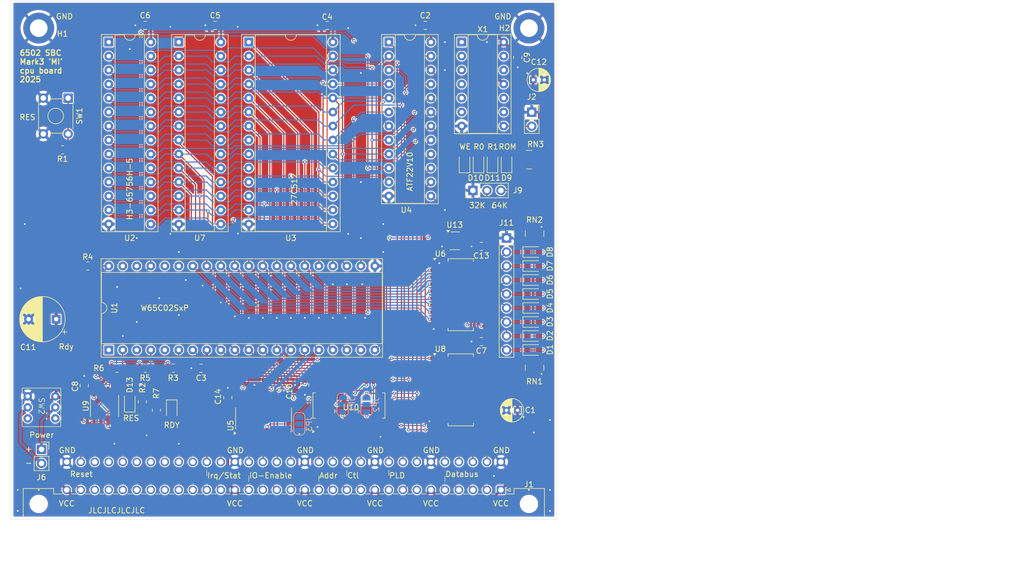
<source format=kicad_pcb>
(kicad_pcb (version 20241229) (generator "pcbnew") (generator_version "9.0")
  (layers (0 "F.Cu" signal) (2 "B.Cu" signal) (13 "F.Paste" user) (15 "B.Paste" user) (5 "F.SilkS" user "F.Silkscreen") (7 "B.SilkS" user "B.Silkscreen") (1 "F.Mask" user) (3 "B.Mask" user) (25 "Edge.Cuts" user))
  (net 0 "")
  (net 2 "VCC")
  (net 5 "/A1")
  (net 6 "/A2")
  (net 7 "/A3")
  (net 8 "/A4")
  (net 9 "/A5")
  (net 10 "/A6")
  (net 11 "/A7")
  (net 12 "/A8")
  (net 13 "/A9")
  (net 14 "/A10")
  (net 15 "/A11")
  (net 16 "GND")
  (net 17 "/A12")
  (net 18 "/A13")
  (net 19 "/A14")
  (net 20 "/RES")
  (net 21 "/DB0")
  (net 22 "/DB1")
  (net 23 "/R{slash}~{W}")
  (net 25 "/CLOCK")
  (net 28 "/SYS_CLK")
  (net 29 "/~{RES}")
  (net 30 "/~{ROM_SEL}")
  (net 31 "/~{RAM0_SEL}")
  (net 32 "/~{RAM1_SEL}")
  (net 33 "/~{QWE}")
  (net 34 "/~{IO_RD}")
  (net 35 "/~{IO_SEL}")
  (net 36 "/~{IO_WR}")
  (net 37 "/~{IOEN_00_GPIO0}")
  (net 38 "/~{IOEN_02_UART}")
  (net 39 "/DB2")
  (net 40 "/DB3")
  (net 41 "/DB4")
  (net 42 "/DB5")
  (net 43 "/DB6")
  (net 44 "/DB7")
  (net 47 "Net-(U9-~{PB_RST})")
  (net 48 "/~{IOEN_03}")
  (net 49 "/~{IOEN_04}")
  (net 50 "/~{IOEN_05}")
  (net 51 "/~{IOEN_06}")
  (net 52 "/~{IOEN_07}")
  (net 53 "/A15")
  (net 54 "Net-(D4-K)")
  (net 55 "Net-(J9-Pin_2)")
  (net 56 "/~{IRQ}")
  (net 57 "/~{NMI}")
  (net 58 "Net-(D3-K)")
  (net 59 "Net-(D2-K)")
  (net 60 "Net-(D8-K)")
  (net 61 "Net-(D7-K)")
  (net 62 "Net-(D6-K)")
  (net 63 "Net-(D5-K)")
  (net 64 "/GPIO00_O7")
  (net 65 "/GPIO00_O6")
  (net 66 "/GPIO00_O5")
  (net 67 "/GPIO00_O4")
  (net 68 "/GPIO00_O3")
  (net 69 "/GPIO00_O2")
  (net 70 "/GPIO00_O1")
  (net 71 "/GPIO00_O0")
  (net 72 "Net-(D12-A)")
  (net 73 "Net-(D11-A)")
  (net 74 "Net-(D10-A)")
  (net 75 "Net-(D9-A)")
  (net 76 "Net-(D13-A)")
  (net 77 "/D1")
  (net 78 "/D3")
  (net 79 "/D5")
  (net 80 "/D7")
  (net 81 "/D6")
  (net 82 "/D4")
  (net 83 "/D2")
  (net 84 "/D0")
  (net 85 "/A0")
  (net 86 "/~{IOEN_01}")
  (net 87 "/AB0")
  (net 88 "/AB1")
  (net 89 "/AB2")
  (net 90 "/AB3")
  (net 91 "/AB4")
  (net 92 "/PLD_O9")
  (net 93 "/~{IO_SEL_BUS}")
  (net 94 "Net-(J6-Pin_1)")
  (net 95 "Net-(J6-Pin_2)")
  (net 98 "/PLD_I1")
  (net 99 "/PLD_O7")
  (net 100 "Net-(D1-K)")
  (net 101 "/~{OE}")
  (net 111 "Net-(U6-Cp)")
  (net 112 "/RDY")
  (net 113 "Net-(D14-A)")
  (net 114 "/SYNC")
  (net 120 "/PLD_O8")
  (net 134 "/~{BUS_RD}")
  (net 135 "/~{BUS_WR}")
  (net 137 "Net-(JP3-C)")
  (footprint "Package_SO:SO-8_3.9x4.9mm_P1.27mm" (layer "F.Cu") (at 50.038 86.36 90)
    (property "Reference" "U9")
    (property "Value" "MAX1232")
  )
  (footprint "Resistor_SMD:R_0805_2012Metric_Pad1.20x1.40mm_HandSolder" (layer "F.Cu") (at 59.436 87.122 -90)
    (property "Reference" "R7")
    (property "Value" "10K" (hide yes))
  )
  (footprint "Package_DIP:DIP-28_W7.62mm_Socket" (layer "F.Cu") (at 63.5 20.32)
    (property "Reference" "U7")
    (property "Value" "H3-65756H-5")
  )
  (footprint "sim82:7x7DPDT" (layer "F.Cu") (at 38.608 86.614 -90)
    (property "Reference" "SW2")
    (property "Value" "SW_PWR")
  )
  (footprint "Package_DIP:DIP-28_W7.62mm_Socket" (layer "F.Cu") (at 50.8 20.32)
    (property "Reference" "U2")
    (property "Value" "H3-65756H-5")
  )
  (footprint "Capacitor_THT:CP_Radial_D8.0mm_P5.00mm" (layer "F.Cu") (at 41.264651 70.612 180)
    (property "Reference" "C11")
    (property "Value" "680uF")
  )
  (footprint "Connector_PinSocket_2.54mm:PinSocket_1x09_P2.54mm_Vertical" (layer "F.Cu") (at 122.936 55.88)
    (property "Reference" "J11")
    (property "Value" "Conn_01x09")
  )
  (footprint "LED_SMD:LED_0805_2012Metric_Pad1.15x1.40mm_HandSolder" (layer "F.Cu") (at 120.396 42.164 90)
    (property "Reference" "D11")
    (property "Value" "LED_Small")
  )
  (footprint "Capacitor_SMD:C_0805_2012Metric_Pad1.18x1.45mm_HandSolder" (layer "F.Cu") (at 72.39 84.8575 90)
    (property "Reference" "C14")
    (property "Value" "100nF")
  )
  (footprint "Package_DIP:DIP-28_W15.24mm_Socket" (layer "F.Cu") (at 76.2 20.32)
    (property "Reference" "U3")
    (property "Value" "27C512")
  )
  (footprint "LED_SMD:LED_0805_2012Metric_Pad1.15x1.40mm_HandSolder" (layer "F.Cu") (at 127.753 63.5)
    (property "Reference" "D6")
    (property "Value" "LED_Small")
  )
  (footprint "LED_SMD:LED_0805_2012Metric_Pad1.15x1.40mm_HandSolder" (layer "F.Cu") (at 122.936 42.164 90)
    (property "Reference" "D9")
    (property "Value" "LED_Small")
  )
  (footprint "LED_SMD:LED_0805_2012Metric_Pad1.15x1.40mm_HandSolder" (layer "F.Cu") (at 127.753 58.42)
    (property "Reference" "D8")
    (property "Value" "LED_Small")
  )
  (footprint "Resistor_SMD:R_0805_2012Metric_Pad1.20x1.40mm_HandSolder" (layer "F.Cu") (at 42.434 39.878 180)
    (property "Reference" "R1")
    (property "Value" "10K")
  )
  (footprint "Resistor_SMD:R_0805_2012Metric_Pad1.20x1.40mm_HandSolder" (layer "F.Cu") (at 62.5 79.502)
    (property "Reference" "R3")
    (property "Value" "10K" (hide yes))
  )
  (footprint "Resistor_SMD:R_Array_Convex_4x0612" (layer "F.Cu") (at 128.016 55.056 90)
    (property "Reference" "RN2")
    (property "Value" "R_Pack04")
  )
  (footprint "Resistor_SMD:R_Array_Convex_4x0612" (layer "F.Cu") (at 127 41.656)
    (property "Reference" "RN3")
    (property "Value" "R_Pack04")
  )
  (footprint "LED_SMD:LED_0805_2012Metric_Pad1.15x1.40mm_HandSolder" (layer "F.Cu") (at 115.316 42.164 90)
    (property "Reference" "D12" (hide yes))
    (property "Value" "LED_Small")
  )
  (footprint "LED_SMD:LED_0805_2012Metric_Pad1.15x1.40mm_HandSolder" (layer "F.Cu") (at 117.856 42.164 90)
    (property "Reference" "D10")
    (property "Value" "LED_Small")
  )
  (footprint "Capacitor_SMD:C_0805_2012Metric_Pad1.18x1.45mm_HandSolder" (layer "F.Cu") (at 70.104 17.272 180)
    (property "Reference" "C5")
    (property "Value" "100nF")
  )
  (footprint "Capacitor_SMD:C_0805_2012Metric_Pad1.18x1.45mm_HandSolder" (layer "F.Cu") (at 86.36 82.5715 -90)
    (property "Reference" "C10")
    (property "Value" "100nF")
  )
  (footprint "LED_SMD:LED_0805_2012Metric_Pad1.15x1.40mm_HandSolder" (layer "F.Cu") (at 127.753 73.66)
    (property "Reference" "D2")
    (property "Value" "LED_Small")
  )
  (footprint "Capacitor_THT:CP_Radial_D4.0mm_P2.00mm" (layer "F.Cu") (at 127.794 27.178)
    (property "Reference" "C12")
    (property "Value" "47uF")
  )
  (footprint "LED_SMD:LED_0805_2012Metric_Pad1.15x1.40mm_HandSolder" (layer "F.Cu") (at 127.753 71.12)
    (property "Reference" "D3")
    (property "Value" "LED_Small")
  )
  (footprint "Package_DIP:DIP-24_W7.62mm_Socket" (layer "F.Cu") (at 101.6 20.32)
    (property "Reference" "U4")
    (property "Value" "ATF22V10")
  )
  (footprint "Package_SO:SO-20_12.8x7.5mm_P1.27mm" (layer "F.Cu") (at 94.361 86.284 90)
    (property "Reference" "U10")
    (property "Value" "74HC245")
  )
  (footprint "Resistor_SMD:R_Array_Convex_4x0612" (layer "F.Cu") (at 128.016 79.44 -90)
    (property "Reference" "RN1")
    (property "Value" "R_Pack04")
  )
  (footprint "Capacitor_SMD:C_0805_2012Metric_Pad1.18x1.45mm_HandSolder" (layer "F.Cu") (at 90.424 17.272 180)
    (property "Reference" "C4")
    (property "Value" "100nF")
  )
  (footprint "Capacitor_THT:CP_Radial_D4.0mm_P2.00mm" (layer "F.Cu") (at 124.9246 87.154 180)
    (property "Reference" "C1")
    (property "Value" "47uF")
  )
  (footprint "Capacitor_SMD:C_0805_2012Metric_Pad1.18x1.45mm_HandSolder" (layer "F.Cu") (at 124.968 23.114 -90)
    (property "Reference" "C9")
    (property "Value" "100nF")
  )
  (footprint "Package_SO:SO-16_3.9x9.9mm_P1.27mm" (layer "F.Cu") (at 78.867 88.611 90)
    (property "Reference" "U5")
    (property "Value" "74LS138")
  )
  (footprint "Resistor_SMD:R_0805_2012Metric_Pad1.20x1.40mm_HandSolder" (layer "F.Cu") (at 52.308 79.502)
    (property "Reference" "R6")
    (property "Value" "10K" (hide yes))
  )
  (footprint "Package_TO_SOT_SMD:SOT-23-5_HandSoldering" (layer "F.Cu") (at 113.538 56.388)
    (property "Reference" "U13")
    (property "Value" "74AHC1G32")
  )
  (footprint "LED_SMD:LED_0805_2012Metric_Pad1.15x1.40mm_HandSolder" (layer "F.Cu") (at 62.23 87.122 -90)
    (property "Reference" "D14" (hide yes))
    (property "Value" "LED_Small" (hide yes))
  )
  (footprint "Capacitor_SMD:C_0805_2012Metric_Pad1.18x1.45mm_HandSolder" (layer "F.Cu") (at 57.404 17.272 180)
    (property "Reference" "C6")
    (property "Value" "100nF")
  )
  (footprint "Resistor_SMD:R_0805_2012Metric_Pad1.20x1.40mm_HandSolder" (layer "F.Cu") (at 47.006 60.96)
    (property "Reference" "R4")
    (property "Value" "10K")
  )
  (footprint "Connector_PinSocket_2.54mm:PinSocket_1x02_P2.54mm_Vertical" (layer "F.Cu") (at 127.508 33.04)
    (property "Reference" "J2")
    (property "Value" "Clock")
  )
  (footprint "Capacitor_SMD:C_0805_2012Metric_Pad1.18x1.45mm_HandSolder" (layer "F.Cu") (at 46.355 82.677 90)
    (property "Reference" "C8")
    (property "Value" "100nF")
  )
  (footprint "Capacitor_SMD:C_0805_2012Metric_Pad1.18x1.45mm_HandSolder" (layer "F.Cu") (at 67.5425 79.502 180)
    (property "Reference" "C3")
    (property "Value" "100nF")
  )
  (footprint "Capacitor_SMD:C_0805_2012Metric_Pad1.18x1.45mm_HandSolder" (layer "F.Cu") (at 118.364 74.676 180)
    (property "Reference" "C7")
    (property "Value" "100nF")
  )
  (footprint "Package_DIP:DIP-40_W15.24mm_Socket" (layer "F.Cu") (at 50.8 76.2 90)
    (property "Reference" "U1")
    (property "Value" "W65C02SxP")
  )
  (footprint "LED_SMD:LED_0805_2012Metric_Pad1.15x1.40mm_HandSolder" (layer "F.Cu") (at 127.753 76.2)
    (property "Reference" "D1")
    (property "Value" "LED_Small")
  )
  (footprint "Connector_PinHeader_2.54mm:PinHeader_1x03_P2.54mm_Vertical" (layer "F.Cu") (at 116.84 47.244 90)
    (property "Reference" "J9")
    (property "Value" "Ram1 Enable")
  )
  (footprint "Package_SO:SO-20_12.8x7.5mm_P1.27mm" (layer "F.Cu") (at 114.63 83.439)
    (property "Reference" "U8")
    (property "Value" "74HC245")
  )
  (footprint "LED_SMD:LED_0805_2012Metric_Pad1.15x1.40mm_HandSolder" (layer "F.Cu") (at 127.753 60.96)
    (property "Reference" "D7")
    (property "Value" "LED_Small")
  )
  (footprint "Capacitor_SMD:C_0805_2012Metric_Pad1.18x1.45mm_HandSolder" (layer "F.Cu") (at 108.204 17.272 180)
    (property "Reference" "C2")
    (property "Value" "100nF")
  )
  (footprint "Resistor_SMD:R_0805_2012Metric_Pad1.20x1.40mm_HandSolder" (layer "F.Cu") (at 57.42 79.502)
    (property "Reference" "R5")
    (property "Value" "10K" (hide yes))
  )
  (footprint "Package_SO:SO-20_12.8x7.5mm_P1.27mm" (layer "F.Cu") (at 114.63 66.167)
    (property "Reference" "U6")
    (property "Value" "74HCT574")
  )
  (footprint "Capacitor_SMD:C_0805_2012Metric_Pad1.18x1.45mm_HandSolder" (layer "F.Cu") (at 118.364 57.404 180)
    (property "Reference" "C13")
    (property "Value" "100nF")
  )
  (footprint "MountingHole:MountingHole_3.2mm_M3_DIN965_Pad" (layer "F.Cu") (at 38.1 17.78)
    (property "Reference" "H1")
    (property "Value" "GND")
  )
  (footprint "LED_SMD:LED_0805_2012Metric_Pad1.15x1.40mm_HandSolder" (layer "F.Cu") (at 127.753 66.04)
    (property "Reference" "D5")
    (property "Value" "LED_Small")
  )
  (footprint "Resistor_SMD:R_0805_2012Metric_Pad1.20x1.40mm_HandSolder" (layer "F.Cu") (at 56.896 85.598 -90)
    (property "Reference" "R2")
    (property "Value" "10K")
  )
  (footprint "Connector_PinSocket_2.54mm:PinSocket_1x02_P2.54mm_Vertical" (layer "F.Cu") (at 38.608 94.234)
    (property "Reference" "J6")
    (property "Value" "Conn_01x02_Socket")
  )
  (footprint "Package_DIP:DIP-14_W7.62mm_Socket" (layer "F.Cu") (at 114.808 20.315)
    (property "Reference" "X1")
    (property "Value" "ACO-14MHz")
  )
  (footprint "LED_SMD:LED_0805_2012Metric_Pad1.15x1.40mm_HandSolder" (layer "F.Cu") (at 54.61 85.598 90)
    (property "Reference" "D13")
    (property "Value" "LED_Small")
  )
  (footprint "LED_SMD:LED_0805_2012Metric_Pad1.15x1.40mm_HandSolder" (layer "F.Cu") (at 127.753 68.58)
    (property "Reference" "D4")
    (property "Value" "LED_Small")
  )
  (footprint "Button_Switch_THT:SW_TH_Tactile_Omron_B3F-10xx" (layer "F.Cu") (at 43.434 30.48 -90)
    (property "Reference" "SW1")
    (property "Value" "SW_Reset")
  )
  (footprint "Connector_DIN:DIN41612_C_2x32_Male_Horizontal_THT" (layer "F.Cu") (at 121.92 101.6 180)
    (property "Reference" "J1")
    (property "Value" "DIN41612_02x32_AC")
  )
  (footprint "MountingHole:MountingHole_3.2mm_M3_DIN965_Pad" (layer "F.Cu") (at 127 17.78)
    (property "Reference" "H2")
    (property "Value" "GND")
  )
  (footprint "Jumper:SolderJumper-3_P1.3mm_Open_RoundedPad1.0x1.5mm" (layer "B.Cu") (at 85.344 89.63 90)
    (property "Reference" "JP3")
    (property "Value" "SolderJumper_3_Open")
  )
  (footprint "Jumper:SolderJumper-3_P1.3mm_Open_RoundedPad1.0x1.5mm" (layer "B.Cu") (at 93.218 86.106 90)
    (property "Reference" "JP1")
    (property "Value" "SolderJumper_3_Open")
  )
  (footprint "Jumper:SolderJumper-3_P1.3mm_Open_RoundedPad1.0x1.5mm" (layer "B.Cu") (at 97.536 86.136 90)
    (property "Reference" "JP2")
    (property "Value" "SolderJumper_3_Open")
  )
  (gr_line (start 68.58 98.044) (end 68.58 99.06) (stroke (width 0.1)) (layer "F.SilkS"))
  (gr_line (start 76.2 99.06) (end 76.2 100.076) (stroke (width 0.1)) (layer "F.SilkS"))
  (gr_line (start 101.6 98.044) (end 101.6 99.06) (stroke (width 0.1)) (layer "F.SilkS"))
  (gr_line (start 111.76 99.06) (end 111.76 100.076) (stroke (width 0.1)) (layer "F.SilkS"))
  (gr_line (start 88.9 99.06) (end 88.9 100.076) (stroke (width 0.1)) (layer "F.SilkS"))
  (gr_line (start 93.98 98.044) (end 93.98 99.06) (stroke (width 0.1)) (layer "F.SilkS"))
  (gr_rect (start 33.02 12.7) (end 132.08 106.934) (stroke (width 0.05)) (fill no) (layer "Edge.Cuts"))
  (gr_text "PLD" (at 101.6 99.568 0) (layer "F.SilkS") (effects (font (size 1 1)) (justify left bottom)))
  (gr_text "R0" (at 116.84 39.896 0) (layer "F.SilkS") (effects (font (size 1 1)) (justify left bottom)))
  (gr_text "32K" (at 116.078 50.546 0) (layer "F.SilkS") (effects (font (size 1 1)) (justify left bottom)))
  (gr_text "VCC" (at 97.536 104.648 0) (layer "F.SilkS") (effects (font (size 1 1)) (justify left bottom)))
  (gr_text "GND" (at 72.136 94.996 0) (layer "F.SilkS") (effects (font (size 1 1)) (justify left bottom)))
  (gr_text "Databus" (at 111.76 99.314 0) (layer "F.SilkS") (effects (font (size 1 1)) (justify left bottom)))
  (gr_text "RES" (at 34.544 34.544 0) (layer "F.SilkS") (effects (font (size 1 1)) (justify left bottom)))
  (gr_text "JLCJLCJLCJLC" (at 46.99 105.918 0) (layer "F.SilkS") (effects (font (size 1 1)) (justify left bottom)))
  (gr_text "VCC" (at 84.836 104.648 0) (layer "F.SilkS") (effects (font (size 1 1)) (justify left bottom)))
  (gr_text "GND" (at 41.656 94.996 0) (layer "F.SilkS") (effects (font (size 1 1)) (justify left bottom)))
  (gr_text "WE" (at 114.3 39.887 0) (layer "F.SilkS") (effects (font (size 1 1)) (justify left bottom)))
  (gr_text "64K" (at 120.142 50.546 0) (layer "F.SilkS") (effects (font (size 1 1)) (justify left bottom)))
  (gr_text "-" (at 35.56 97.282 0) (layer "F.SilkS") (effects (font (size 1 1)) (justify left bottom)))
  (gr_text "ROM" (at 121.412 39.896 0) (layer "F.SilkS") (effects (font (size 1 1)) (justify left bottom)))
  (gr_text "Addr" (at 88.9 99.568 0) (layer "F.SilkS") (effects (font (size 1 1)) (justify left bottom)))
  (gr_text "Ctl" (at 93.98 99.568 0) (layer "F.SilkS") (effects (font (size 1 1)) (justify left bottom)))
  (gr_text "+" (at 35.56 94.742 0) (layer "F.SilkS") (effects (font (size 1 1)) (justify left bottom)))
  (gr_text "Power" (at 36.322 92.202 0) (layer "F.SilkS") (effects (font (size 1 1)) (justify left bottom)))
  (gr_text "Rdy" (at 41.656 76.2 0) (layer "F.SilkS") (effects (font (size 1 1)) (justify left bottom)))
  (gr_text "GND" (at 107.696 94.996 0) (layer "F.SilkS") (effects (font (size 1 1)) (justify left bottom)))
  (gr_text "R1" (at 119.38 39.896 0) (layer "F.SilkS") (effects (font (size 1 1)) (justify left bottom)))
  (gr_text "Irq/Stat" (at 68.58 99.568 0) (layer "F.SilkS") (effects (font (size 1 1)) (justify left bottom)))
  (gr_text "VCC" (at 107.696 104.648 0) (layer "F.SilkS") (effects (font (size 1 1)) (justify left bottom)))
  (gr_text "GND" (at 120.65 16.256 0) (layer "F.SilkS") (effects (font (size 1 1)) (justify left bottom)))
  (gr_text "6502 SBC \nMark3 'MI'\ncpu board\n2025" (at 34.544 27.686 0) (layer "F.SilkS") (effects (font (size 1 1) (thickness 0.2) (bold yes)) (justify left bottom)))
  (gr_text "VCC" (at 41.656 104.648 0) (layer "F.SilkS") (effects (font (size 1 1)) (justify left bottom)))
  (gr_text "VCC" (at 120.396 104.648 0) (layer "F.SilkS") (effects (font (size 1 1)) (justify left bottom)))
  (gr_text "GND" (at 120.396 94.996 0) (layer "F.SilkS") (effects (font (size 1 1)) (justify left bottom)))
  (gr_text "GND" (at 97.536 94.996 0) (layer "F.SilkS") (effects (font (size 1 1)) (justify left bottom)))
  (gr_text "IO-Enable" (at 76.2 99.568 0) (layer "F.SilkS") (effects (font (size 1 1)) (justify left bottom)))
  (gr_text "Reset" (at 43.688 99.314 0) (layer "F.SilkS") (effects (font (size 1 1)) (justify left bottom)))
  (gr_text "VCC" (at 72.136 104.648 0) (layer "F.SilkS") (effects (font (size 1 1)) (justify left bottom)))
  (gr_text "GND" (at 41.148 16.256 0) (layer "F.SilkS") (effects (font (size 1 1)) (justify left bottom)))
  (gr_text "RES" (at 53.34 89.154 0) (layer "F.SilkS") (effects (font (size 1 1)) (justify left bottom)))
  (gr_text "GND" (at 84.836 94.996 0) (layer "F.SilkS") (effects (font (size 1 1)) (justify left bottom)))
  (gr_text "RDY" (at 60.706 90.424 0) (layer "F.SilkS") (effects (font (size 1 1)) (justify left bottom)))
  (segment (start 50.673 90.043) (end 50.673 88.935) (width 0.5) (layer "F.Cu") (net 2))
  (segment (start 127.762 30.182599) (end 128.905 31.325599) (width 0.5) (layer "F.Cu") (net 2))
  (segment (start 58.4415 20.2985) (end 58.42 20.32) (width 0.5) (layer "F.Cu") (net 2))
  (segment (start 69.596 79.502) (end 71.628 81.534) (width 0.5) (layer "F.Cu") (net 2))
  (segment (start 119.4015 74.676) (end 119.4015 77.7025) (width 0.5) (layer "F.Cu") (net 2))
  (segment (start 84.836 103.124) (end 86.36 101.6) (width 0.5) (layer "F.Cu") (net 2))
  (segment (start 124.9246 98.5954) (end 124.9246 87.154) (width 0.5) (layer "F.Cu") (net 2))
  (segment (start 56.388 79.47) (end 56.42 79.502) (width 0.2) (layer "F.Cu") (net 2))
  (segment (start 61.468 78.486) (end 61.468 79.47) (width 0.2) (layer "F.Cu") (net 2))
  (segment (start 80.772 91.186) (end 80.772 87.620968) (width 0.2) (layer "F.Cu") (net 2))
  (segment (start 58.4415 17.272) (end 58.4415 20.2985) (width 0.5) (layer "F.Cu") (net 2))
  (segment (start 61.468 79.47) (end 61.5 79.502) (width 0.2) (layer "F.Cu") (net 2))
  (segment (start 123.382 47.244) (end 127.7 42.926) (width 0.2) (layer "F.Cu") (net 2))
  (segment (start 86.36 101.6) (end 87.884 103.124) (width 0.5) (layer "F.Cu") (net 2))
  (segment (start 41.108 84.114) (end 41.264651 83.957349) (width 0.5) (layer "F.Cu") (net 2))
  (segment (start 110.744 103.124) (end 120.396 103.124) (width 0.5) (layer "F.Cu") (net 2))
  (segment (start 71.628 81.534) (end 86.36 81.534) (width 0.5) (layer "F.Cu") (net 2))
  (segment (start 72.136 103.124) (end 73.66 101.6) (width 0.5) (layer "F.Cu") (net 2))
  (segment (start 41.264651 83.957349) (end 41.264651 70.612) (width 0.5) (layer "F.Cu") (net 2))
  (segment (start 71.1415 17.272) (end 71.1415 20.2985) (width 0.5) (layer "F.Cu") (net 2))
  (segment (start 81.441 85.120032) (end 81.701032 84.86) (width 0.2) (layer "F.Cu") (net 2))
  (segment (start 41.148 99.568) (end 41.148 90.369442) (width 0.5) (layer "F.Cu") (net 2))
  (segment (start 117.4355 55.438) (end 119.4015 57.404) (width 0.5) (layer "F.Cu") (net 2))
  (segment (start 56.896 86.598) (end 53.233 90.261) (width 0.2) (layer "F.Cu") (net 2))
  (segment (start 124.9246 83.5226) (end 120.904 79.502) (width 0.5) (layer "F.Cu") (net 2))
  (segment (start 44.704 103.124) (end 72.136 103.124) (width 0.5) (layer "F.Cu") (net 2))
  (segment (start 56.388 78.486) (end 56.388 79.47) (width 0.2) (layer "F.Cu") (net 2))
  (segment (start 124.9246 87.154) (end 124.9246 83.5226) (width 0.5) (layer "F.Cu") (net 2))
  (segment (start 51.308 79.502) (end 51.308 78.486) (width 0.2) (layer "F.Cu") (net 2))
  (segment (start 114.888 55.438) (end 117.4355 55.438) (width 0.5) (layer "F.Cu") (net 2))
  (segment (start 48.133 82.677) (end 51.308 79.502) (width 0.2) (layer "F.Cu") (net 2))
  (segment (start 71.1415 20.2985) (end 71.12 20.32) (width 0.5) (layer "F.Cu") (net 2))
  (segment (start 59.436 86.122) (end 57.372 86.122) (width 0.2) (layer "F.Cu") (net 2))
  (segment (start 128.905 31.325599) (end 128.905 39.181) (width 0.5) (layer "F.Cu") (net 2))
  (segment (start 107.696 103.124) (end 109.22 101.6) (width 0.5) (layer "F.Cu") (net 2))
  (segment (start 109.2415 20.2985) (end 109.22 20.32) (width 0.5) (layer "F.Cu") (net 2))
  (segment (start 48.133 84.836) (end 48.133 83.785) (width 0.2) (layer "F.Cu") (net 2))
  (segment (start 74.281 85.895) (end 74.422 86.036) (width 0.5) (layer "F.Cu") (net 2))
  (segment (start 97.536 103.124) (end 99.06 101.6) (width 0.5) (layer "F.Cu") (net 2))
  (segment (start 47.498 82.5715) (end 46.355 83.7145) (width 0.2) (layer "F.Cu") (net 2))
  (segment (start 86.36 82.296) (end 86.36 81.534) (width 0.2) (layer "F.Cu") (net 2))
  (segment (start 87.884 103.124) (end 97.536 103.124) (width 0.5) (layer "F.Cu") (net 2))
  (segment (start 46.006 60.96) (end 46.006 61.530199) (width 0.2) (layer "F.Cu") (net 2))
  (segment (start 56.1555 14.986) (end 58.4415 17.272) (width 0.5) (layer "F.Cu") (net 2))
  (segment (start 72.3165 16.097) (end 90.2865 16.097) (width 0.5) (layer "F.Cu") (net 2))
  (segment (start 91.4615 17.272) (end 91.4615 20.2985) (width 0.5) (layer "F.Cu") (net 2))
  (segment (start 68.58 79.502) (end 69.596 79.502) (width 0.5) (layer "F.Cu") (net 2))
  (segment (start 124.968 22.0765) (end 127.762 24.8705) (width 0.5) (layer "F.Cu") (net 2))
  (segment (start 120.904 79.502) (end 120.904 76.1785) (width 0.5) (layer "F.Cu") (net 2))
  (segment (start 58.4415 17.272) (end 59.6165 16.097) (width 0.5) (layer "F.Cu") (net 2))
  (segment (start 81.701032 84.86) (end 84.26 84.86) (width 0.2) (layer "F.Cu") (net 2))
  (segment (start 119.4015 57.404) (end 119.4015 60.4305) (width 0.5) (layer "F.Cu") (net 2))
  (segment (start 84.26 84.86) (end 84.328 84.928) (width 0.2) (layer "F.Cu") (net 2))
  (segment (start 68.58 79.502) (end 68.58 76.2) (width 0.5) (layer "F.Cu") (net 2))
  (segment (start 72.39 100.33) (end 72.39 85.895) (width 0.5) (layer "F.Cu") (net 2))
  (segment (start 41.108 84.614) (end 41.688 84.614) (width 0.5) (layer "F.Cu") (net 2))
  (segment (start 41.688 84.614) (end 46.228 89.154) (width 0.5) (layer "F.Cu") (net 2))
  (segment (start 124.1895 22.0765) (end 122.428 20.315) (width 0.5) (layer "F.Cu") (net 2))
  (segment (start 48.768 14.986) (end 56.1555 14.986) (width 0.5) (layer "F.Cu") (net 2))
  (segment (start 120.396 103.124) (end 121.92 101.6) (width 0.5) (layer "F.Cu") (net 2))
  (segment (start 119.4015 77.7025) (end 119.38 77.724) (width 0.5) (layer "F.Cu") (net 2))
  (segment (start 53.233 90.261) (end 50.891 90.261) (width 0.2) (layer "F.Cu") (net 2))
  (segment (start 94.996 16.002) (end 96.296 14.702) (width 0.5) (layer "F.Cu") (net 2))
  (segment (start 121.92 101.6) (end 124.9246 98.5954) (width 0.5) (layer "F.Cu") (net 2))
  (segment (start 46.006 61.530199) (end 47.498 63.022199) (width 0.2) (layer "F.Cu") (net 2))
  (segment (start 72.39 85.895) (end 74.281 85.895) (width 0.5) (layer "F.Cu") (net 2))
  (segment (start 122.428 20.315) (end 121.178 21.565) (width 0.5) (layer "F.Cu") (net 2))
  (segment (start 91.4615 17.272) (end 92.7315 16.002) (width 0.5) (layer "F.Cu") (net 2))
  (segment (start 50.891 90.261) (end 50.673 90.043) (width 0.2) (layer "F.Cu") (net 2))
  (segment (start 73.66 101.6) (end 75.184 103.124) (width 0.5) (layer "F.Cu") (net 2))
  (segment (start 91.4615 20.2985) (end 91.44 20.32) (width 0.5) (layer "F.Cu") (net 2))
  (segment (start 48.0625 83.7145) (end 48.133 83.785) (width 0.5) (layer "F.Cu") (net 2))
  (segment (start 75.184 103.124) (end 84.836 103.124) (width 0.5) (layer "F.Cu") (net 2))
  (segment (start 73.66 101.6) (end 72.39 100.33) (width 0.5) (layer "F.Cu") (net 2))
  (segment (start 119.4015 60.4305) (end 119.38 60.452) (width 0.5) (layer "F.Cu") (net 2))
  (segment (start 124.968 22.0765) (end 124.1895 22.0765) (width 0.5) (layer "F.Cu") (net 2))
  (segment (start 119.385 17.272) (end 109.2415 17.272) (width 0.5) (layer "F.Cu") (net 2))
  (segment (start 106.6715 14.702) (end 109.2415 17.272) (width 0.5) (layer "F.Cu") (net 2))
  (segment (start 47.498 63.022199) (end 47.498 82.5715) (width 0.2) (layer "F.Cu") (net 2))
  (segment (start 68.58 82.085) (end 72.39 85.895) (width 0.5) (layer "F.Cu") (net 2))
  (segment (start 121.178 21.565) (end 121.178 26.685) (width 0.5) (layer "F.Cu") (net 2))
  (segment (start 46.355 83.7145) (end 48.0625 83.7145) (width 0.5) (layer "F.Cu") (net 2))
  (segment (start 81.441 86.951968) (end 81.441 85.120032) (width 0.2) (layer "F.Cu") (net 2))
  (segment (start 109.22 101.6) (end 110.744 103.124) (width 0.5) (layer "F.Cu") (net 2))
  (segment (start 119.4015 74.676) (end 117.106 72.3805) (width 0.5) (layer "F.Cu") (net 2))
  (segment (start 41.108 84.614) (end 41.108 84.114) (width 0.5) (layer "F.Cu") (net 2))
  (segment (start 127.7 42.926) (end 127.7 40.386) (width 0.5) (layer "F.Cu") (net 2))
  (segment (start 122.428 20.315) (end 119.385 17.272) (width 0.5) (layer "F.Cu") (net 2))
  (segment (start 117.106 59.6995) (end 119.4015 57.404) (width 0.5) (layer "F.Cu") (net 2))
  (segment (start 121.178 26.685) (end 122.428 27.935) (width 0.5) (layer "F.Cu") (net 2))
  (segment (start 127.762 24.8705) (end 127.762 30.182599) (width 0.5) (layer "F.Cu") (net 2))
  (segment (start 80.772 87.620968) (end 81.441 86.951968) (width 0.2) (layer "F.Cu") (net 2))
  (segment (start 99.06 101.6) (end 100.584 103.124) (width 0.5) (layer "F.Cu") (net 2))
  (segment (start 121.905 47.244) (end 123.382 47.244) (width 0.2) (layer "F.Cu") (net 2))
  (segment (start 43.18 101.6) (end 41.148 99.568) (width 0.5) (layer "F.Cu") (net 2))
  (segment (start 48.133 83.785) (end 48.133 82.677) (width 0.2) (layer "F.Cu") (net 2))
  (segment (start 39.895 89.116442) (end 39.895 85.827) (width 0.5) (layer "F.Cu") (net 2))
  (segment (start 57.372 86.122) (end 56.896 86.598) (width 0.2) (layer "F.Cu") (net 2))
  (segment (start 69.9665 16.097) (end 71.1415 17.272) (width 0.5) (layer "F.Cu") (net 2))
  (segment (start 71.1415 17.272) (end 72.3165 16.097) (width 0.5) (layer "F.Cu") (net 2))
  (segment (start 96.296 14.702) (end 106.6715 14.702) (width 0.5) (layer "F.Cu") (net 2))
  (segment (start 120.904 76.1785) (end 119.4015 74.676) (width 0.5) (layer "F.Cu") (net 2))
  (segment (start 100.584 103.124) (end 107.696 103.124) (width 0.5) (layer "F.Cu") (net 2))
  (segment (start 59.6165 16.097) (end 69.9665 16.097) (width 0.5) (layer "F.Cu") (net 2))
  (segment (start 109.2415 17.272) (end 109.2415 20.2985) (width 0.5) (layer "F.Cu") (net 2))
  (segment (start 41.264651 22.489349) (end 48.768 14.986) (width 0.5) (layer "F.Cu") (net 2))
  (segment (start 86.36 81.534) (end 88.646 81.534) (width 0.5) (layer "F.Cu") (net 2))
  (segment (start 41.148 90.369442) (end 39.895 89.116442) (width 0.5) (layer "F.Cu") (net 2))
  (segment (start 128.905 39.181) (end 127.7 40.386) (width 0.5) (layer "F.Cu") (net 2))
  (segment (start 68.58 79.502) (end 68.58 82.085) (width 0.5) (layer "F.Cu") (net 2))
  (segment (start 41.264651 70.612) (end 41.264651 22.489349) (width 0.5) (layer "F.Cu") (net 2))
  (segment (start 90.2865 16.097) (end 91.4615 17.272) (width 0.5) (layer "F.Cu") (net 2))
  (segment (start 92.7315 16.002) (end 94.996 16.002) (width 0.5) (layer "F.Cu") (net 2))
  (segment (start 117.106 72.3805) (end 117.106 59.6995) (width 0.5) (layer "F.Cu") (net 2))
  (segment (start 43.18 101.6) (end 44.704 103.124) (width 0.5) (layer "F.Cu") (net 2))
  (segment (start 39.895 85.827) (end 41.108 84.614) (width 0.5) (layer "F.Cu") (net 2))
  (via (at 51.308 78.486) (size 0.6) (drill 0.3) (layers "F.Cu" "B.Cu") (net 2))
  (via (at 46.228 89.154) (size 0.6) (drill 0.3) (layers "F.Cu" "B.Cu") (net 2))
  (via (at 61.468 78.486) (size 0.6) (drill 0.3) (layers "F.Cu" "B.Cu") (net 2))
  (via (at 86.36 82.296) (size 0.6) (drill 0.3) (layers "F.Cu" "B.Cu") (net 2))
  (via (at 56.388 78.486) (size 0.6) (drill 0.3) (layers "F.Cu" "B.Cu") (net 2))
  (via (at 84.328 84.928) (size 0.6) (drill 0.3) (layers "F.Cu" "B.Cu") (net 2))
  (via (at 50.673 90.043) (size 0.6) (drill 0.3) (layers "F.Cu" "B.Cu") (net 2))
  (via (at 48.133 84.836) (size 0.6) (drill 0.3) (layers "F.Cu" "B.Cu") (net 2))
  (segment (start 56.388 78.486) (end 61.468 78.486) (width 0.2) (layer "B.Cu") (net 2))
  (segment (start 50.673 90.043) (end 50.673 87.376) (width 0.2) (layer "B.Cu") (net 2))
  (segment (start 50.673 87.376) (end 48.133 84.836) (width 0.2) (layer "B.Cu") (net 2))
  (segment (start 85.764057 82.296) (end 84.328 83.732057) (width 0.2) (layer "B.Cu") (net 2))
  (segment (start 51.308 78.486) (end 56.388 78.486) (width 0.2) (layer "B.Cu") (net 2))
  (segment (start 46.228 89.154) (end 49.784 89.154) (width 0.2) (layer "B.Cu") (net 2))
  (segment (start 86.36 82.296) (end 85.764057 82.296) (width 0.2) (layer "B.Cu") (net 2))
  (segment (start 84.328 83.732057) (end 84.328 84.928) (width 0.2) (layer "B.Cu") (net 2))
  (segment (start 49.784 89.154) (end 50.673 90.043) (width 0.2) (layer "B.Cu") (net 2))
  (segment (start 72.39 74.93) (end 72.39 59.182) (width 0.2) (layer "F.Cu") (net 5))
  (segment (start 73.66 76.2) (end 77.47 80.01) (width 0.2) (layer "F.Cu") (net 5))
  (segment (start 68.072 45.212) (end 63.5 40.64) (width 0.2) (layer "F.Cu") (net 5))
  (segment (start 91.382 80.01) (end 92.456 81.084) (width 0.2) (layer "F.Cu") (net 5))
  (segment (start 77.47 80.01) (end 91.382 80.01) (width 0.2) (layer "F.Cu") (net 5))
  (segment (start 73.66 76.2) (end 72.39 74.93) (width 0.2) (layer "F.Cu") (net 5))
  (segment (start 92.456 81.084) (end 92.456 81.534) (width 0.2) (layer "F.Cu") (net 5))
  (segment (start 68.072 54.864) (end 68.072 45.212) (width 0.2) (layer "F.Cu") (net 5))
  (segment (start 72.39 59.182) (end 68.072 54.864) (width 0.2) (layer "F.Cu") (net 5))
  (segment (start 50.8 40.64) (end 51.85 41.69) (width 0.2) (layer "B.Cu") (net 5))
  (segment (start 60.96 40.64) (end 63.5 40.64) (width 0.2) (layer "B.Cu") (net 5))
  (segment (start 51.85 41.69) (end 59.91 41.69) (width 0.2) (layer "B.Cu") (net 5))
  (segment (start 72.39 41.91) (end 73.66 40.64) (width 0.2) (layer "B.Cu") (net 5))
  (segment (start 69.85 41.91) (end 72.39 41.91) (width 0.2) (layer "B.Cu") (net 5))
  (segment (start 73.66 40.64) (end 76.2 40.64) (width 0.2) (layer "B.Cu") (net 5))
  (segment (start 68.58 40.64) (end 69.85 41.91) (width 0.2) (layer "B.Cu") (net 5))
  (segment (start 59.91 41.69) (end 60.96 40.64) (width 0.2) (layer "B.Cu") (net 5))
  (segment (start 63.5 40.64) (end 68.58 40.64) (width 0.2) (layer "B.Cu") (net 5))
  (segment (start 76.2 76.2) (end 74.93 74.93) (width 0.2) (layer "F.Cu") (net 6))
  (segment (start 76.2 76.2) (end 79.502 79.502) (width 0.2) (layer "F.Cu") (net 6))
  (segment (start 63.754 38.354) (end 63.5 38.1) (width 0.2) (layer "F.Cu") (net 6))
  (segment (start 74.93 59.182) (end 69.596 53.848) (width 0.2) (layer "F.Cu") (net 6))
  (segment (start 63.754 38.862) (end 63.754 38.354) (width 0.2) (layer "F.Cu") (net 6))
  (segment (start 74.93 74.93) (end 74.93 59.182) (width 0.2) (layer "F.Cu") (net 6))
  (segment (start 69.596 44.704) (end 63.754 38.862) (width 0.2) (layer "F.Cu") (net 6))
  (segment (start 79.502 79.502) (end 92.144 79.502) (width 0.2) (layer "F.Cu") (net 6))
  (segment (start 69.596 53.848) (end 69.596 44.704) (width 0.2) (layer "F.Cu") (net 6))
  (segment (start 92.144 79.502) (end 93.726 81.084) (width 0.2) (layer "F.Cu") (net 6))
  (segment (start 93.726 81.084) (end 93.726 81.534) (width 0.2) (layer "F.Cu") (net 6))
  (segment (start 69.63 39.15) (end 72.61 39.15) (width 0.2) (layer "B.Cu") (net 6))
  (segment (start 60.96 38.1) (end 63.5 38.1) (width 0.2) (layer "B.Cu") (net 6))
  (segment (start 73.66 38.1) (end 76.2 38.1) (width 0.2) (layer "B.Cu") (net 6))
  (segment (start 59.91 39.15) (end 60.96 38.1) (width 0.2) (layer "B.Cu") (net 6))
  (segment (start 68.58 38.1) (end 69.63 39.15) (width 0.2) (layer "B.Cu") (net 6))
  (segment (start 50.8 38.1) (end 51.85 39.15) (width 0.2) (layer "B.Cu") (net 6))
  (segment (start 51.85 39.15) (end 59.91 39.15) (width 0.2) (layer "B.Cu") (net 6))
  (segment (start 63.5 38.1) (end 68.58 38.1) (width 0.2) (layer "B.Cu") (net 6))
  (segment (start 72.61 39.15) (end 73.66 38.1) (width 0.2) (layer "B.Cu") (net 6))
  (segment (start 78.232 37.592) (end 76.2 35.56) (width 0.2) (layer "F.Cu") (net 7))
  (segment (start 81.534 78.994) (end 93.726 78.994) (width 0.2) (layer "F.Cu") (net 7))
  (segment (start 78.74 76.2) (end 77.69 75.15) (width 0.2) (layer "F.Cu") (net 7))
  (segment (start 78.74 76.2) (end 81.534 78.994) (width 0.2) (layer "F.Cu") (net 7))
  (segment (start 94.996 80.264) (end 94.996 81.534) (width 0.2) (layer "F.Cu") (net 7))
  (segment (start 77.69 75.15) (end 77.69 59.724) (width 0.2) (layer "F.Cu") (net 7))
  (segment (start 78.232 59.182) (end 78.232 37.592) (width 0.2) (layer "F.Cu") (net 7))
  (segment (start 93.726 78.994) (end 94.996 80.264) (width 0.2) (layer "F.Cu") (net 7))
  (segment (start 77.69 59.724) (end 78.232 59.182) (width 0.2) (layer "F.Cu") (net 7))
  (segment (start 73.66 35.56) (end 76.2 35.56) (width 0.2) (layer "B.Cu") (net 7))
  (segment (start 69.63 36.61) (end 72.61 36.61) (width 0.2) (layer "B.Cu") (net 7))
  (segment (start 51.85 36.61) (end 59.91 36.61) (width 0.2) (layer "B.Cu") (net 7))
  (segment (start 72.61 36.61) (end 73.66 35.56) (width 0.2) (layer "B.Cu") (net 7))
  (segment (start 59.91 36.61) (end 60.96 35.56) (width 0.2) (layer "B.Cu") (net 7))
  (segment (start 63.5 35.56) (end 68.58 35.56) (width 0.2) (layer "B.Cu") (net 7))
  (segment (start 60.96 35.56) (end 63.5 35.56) (width 0.2) (layer "B.Cu") (net 7))
  (segment (start 68.58 35.56) (end 69.63 36.61) (width 0.2) (layer "B.Cu") (net 7))
  (segment (start 50.8 35.56) (end 51.85 36.61) (width 0.2) (layer "B.Cu") (net 7))
  (segment (start 80.01 36.83) (end 76.2 33.02) (width 0.2) (layer "F.Cu") (net 8))
  (segment (start 96.266 81.534) (end 96.266 81.984) (width 0.2) (layer "F.Cu") (net 8))
  (segment (start 96.266 81.984) (end 95.192 83.058) (width 0.2) (layer "F.Cu") (net 8))
  (segment (start 80.01 73.406) (end 80.01 36.83) (width 0.2) (layer "F.Cu") (net 8))
  (segment (start 81.28 74.676) (end 80.01 73.406) (width 0.2) (layer "F.Cu") (net 8))
  (segment (start 83.566 78.486) (end 94.168 78.486) (width 0.2) (layer "F.Cu") (net 8))
  (segment (start 94.168 78.486) (end 96.266 80.584) (width 0.2) (layer "F.Cu") (net 8))
  (segment (start 81.28 76.2) (end 81.28 74.676) (width 0.2) (layer "F.Cu") (net 8))
  (segment (start 95.192 83.058) (end 89.916 83.058) (width 0.2) (layer "F.Cu") (net 8))
  (segment (start 96.266 80.584) (end 96.266 81.534) (width 0.2) (layer "F.Cu") (net 8))
  (segment (start 89.916 83.058) (end 87.926 85.048) (width 0.2) (layer "F.Cu") (net 8))
  (segment (start 81.28 76.2) (end 83.566 78.486) (width 0.2) (layer "F.Cu") (net 8))
  (segment (start 87.926 85.048) (end 87.122 85.048) (width 0.2) (layer "F.Cu") (net 8))
  (via (at 87.122 85.048) (size 0.6) (drill 0.3) (layers "F.Cu" "B.Cu") (net 8))
  (segment (start 87.122 85.852) (end 85.344 87.63) (width 0.2) (layer "B.Cu") (net 8))
  (segment (start 87.122 85.048) (end 87.122 85.852) (width 0.2) (layer "B.Cu") (net 8))
  (segment (start 63.5 33.02) (end 68.58 33.02) (width 0.2) (layer "B.Cu") (net 8))
  (segment (start 85.344 87.63) (end 85.344 88.33) (width 0.2) (layer "B.Cu") (net 8))
  (segment (start 73.66 33.02) (end 76.2 33.02) (width 0.2) (layer "B.Cu") (net 8))
  (segment (start 59.91 34.07) (end 60.96 33.02) (width 0.2) (layer "B.Cu") (net 8))
  (segment (start 50.8 33.02) (end 51.85 34.07) (width 0.2) (layer "B.Cu") (net 8))
  (segment (start 51.85 34.07) (end 59.91 34.07) (width 0.2) (layer "B.Cu") (net 8))
  (segment (start 68.58 33.02) (end 69.63 34.07) (width 0.2) (layer "B.Cu") (net 8))
  (segment (start 69.63 34.07) (end 72.61 34.07) (width 0.2) (layer "B.Cu") (net 8))
  (segment (start 72.61 34.07) (end 73.66 33.02) (width 0.2) (layer "B.Cu") (net 8))
  (segment (start 60.96 33.02) (end 63.5 33.02) (width 0.2) (layer "B.Cu") (net 8))
  (segment (start 83.82 76.2) (end 82.55 74.93) (width 0.2) (layer "F.Cu") (net 9))
  (segment (start 74.422 88.392) (end 74.422 91.186) (width 0.2) (layer "F.Cu") (net 9))
  (segment (start 75.141 87.673) (end 74.422 88.392) (width 0.2) (layer "F.Cu") (net 9))
  (segment (start 75.141 83.058) (end 75.141 87.673) (width 0.2) (layer "F.Cu") (net 9))
  (segment (start 82.55 36.83) (end 76.2 30.48) (width 0.2) (layer "F.Cu") (net 9))
  (segment (start 82.55 74.93) (end 82.55 36.83) (width 0.2) (layer "F.Cu") (net 9))
  (via (at 75.141 83.058) (size 0.6) (drill 0.3) (layers "F.Cu" "B.Cu") (net 9))
  (segment (start 63.5 30.48) (end 68.58 30.48) (width 0.2) (layer "B.Cu") (net 9))
  (segment (start 73.66 30.48) (end 76.2 30.48) (width 0.2) (layer "B.Cu") (net 9))
  (segment (start 76.2 81.788) (end 78.232 81.788) (width 0.2) (layer "B.Cu") (net 9))
  (segment (start 59.91 31.53) (end 60.96 30.48) (width 0.2) (layer "B.Cu") (net 9))
  (segment (start 51.85 31.53) (end 59.91 31.53) (width 0.2) (layer "B.Cu") (net 9))
  (segment (start 75.141 82.847) (end 76.2 81.788) (width 0.2) (layer "B.Cu") (net 9))
  (segment (start 68.58 30.48) (end 69.63 31.53) (width 0.2) (layer "B.Cu") (net 9))
  (segment (start 60.96 30.48) (end 63.5 30.48) (width 0.2) (layer "B.Cu") (net 9))
  (segment (start 78.232 81.788) (end 83.82 76.2) (width 0.2) (layer "B.Cu") (net 9))
  (segment (start 50.8 30.48) (end 51.85 31.53) (width 0.2) (layer "B.Cu") (net 9))
  (segment (start 75.141 83.058) (end 75.141 82.847) (width 0.2) (layer "B.Cu") (net 9))
  (segment (start 69.63 31.53) (end 72.61 31.53) (width 0.2) (layer "B.Cu") (net 9))
  (segment (start 72.61 31.53) (end 73.66 30.48) (width 0.2) (layer "B.Cu") (net 9))
  (segment (start 85.09 36.83) (end 76.2 27.94) (width 0.2) (layer "F.Cu") (net 10))
  (segment (start 76.243 85.301) (end 76.243 87.841) (width 0.2) (layer "F.Cu") (net 10))
  (segment (start 80.264 83.27) (end 80.222 83.312) (width 0.2) (layer "F.Cu") (net 10))
  (segment (start 80.222 83.312) (end 78.232 83.312) (width 0.2) (layer "F.Cu") (net 10))
  (segment (start 75.692 88.392) (end 75.692 91.186) (width 0.2) (layer "F.Cu") (net 10))
  (segment (start 76.243 87.841) (end 75.692 88.392) (width 0.2) (layer "F.Cu") (net 10))
  (segment (start 85.09 74.93) (end 85.09 36.83) (width 0.2) (layer "F.Cu") (net 10))
  (segment (start 86.36 76.2) (end 85.09 74.93) (width 0.2) (layer "F.Cu") (net 10))
  (segment (start 78.232 83.312) (end 76.243 85.301) (width 0.2) (layer "F.Cu") (net 10))
  (via (at 80.264 83.27) (size 0.6) (drill 0.3) (layers "F.Cu" "B.Cu") (net 10))
  (segment (start 69.63 28.99) (end 72.61 28.99) (width 0.2) (layer "B.Cu") (net 10))
  (segment (start 80.264 83.27) (end 80.264 83.058) (width 0.2) (layer "B.Cu") (net 10))
  (segment (start 63.5 27.94) (end 68.58 27.94) (width 0.2) (layer "B.Cu") (net 10))
  (segment (start 60.96 27.94) (end 63.5 27.94) (width 0.2) (layer "B.Cu") (net 10))
  (segment (start 51.85 28.99) (end 59.91 28.99) (width 0.2) (layer "B.Cu") (net 10))
  (segment (start 80.264 83.058) (end 86.36 76.962) (width 0.2) (layer "B.Cu") (net 10))
  (segment (start 72.61 28.99) (end 73.66 27.94) (width 0.2) (layer "B.Cu") (net 10))
  (segment (start 68.58 27.94) (end 69.63 28.99) (width 0.2) (layer "B.Cu") (net 10))
  (segment (start 59.91 28.99) (end 60.96 27.94) (width 0.2) (layer "B.Cu") (net 10))
  (segment (start 50.8 27.94) (end 51.85 28.99) (width 0.2) (layer "B.Cu") (net 10))
  (segment (start 86.36 76.962) (end 86.36 76.2) (width 0.2) (layer "B.Cu") (net 10))
  (segment (start 73.66 27.94) (end 76.2 27.94) (width 0.2) (layer "B.Cu") (net 10))
  (segment (start 78.74 83.82) (end 77.513 85.047) (width 0.2) (layer "F.Cu") (net 11))
  (segment (start 87.63 74.93) (end 87.63 36.83) (width 0.2) (layer "F.Cu") (net 11))
  (segment (start 87.63 36.83) (end 76.2 25.4) (width 0.2) (layer "F.Cu") (net 11))
  (segment (start 81.372909 83.446909) (end 80.999818 83.82) (width 0.2) (layer "F.Cu") (net 11))
  (segment (start 88.9 76.2) (end 87.63 74.93) (width 0.2) (layer "F.Cu") (net 11))
  (segment (start 80.999818 83.82) (end 78.74 83.82) (width 0.2) (layer "F.Cu") (net 11))
  (segment (start 81.653091 83.446909) (end 81.372909 83.446909) (width 0.2) (layer "F.Cu") (net 11))
  (segment (start 77.513 87.841) (end 76.962 88.392) (width 0.2) (layer "F.Cu") (net 11))
  (segment (start 76.962 88.392) (end 76.962 91.186) (width 0.2) (layer "F.Cu") (net 11))
  (segment (start 77.513 85.047) (end 77.513 87.841) (width 0.2) (layer "F.Cu") (net 11))
  (via (at 81.653091 83.446909) (size 0.6) (drill 0.3) (layers "F.Cu" "B.Cu") (net 11))
  (segment (start 68.58 25.4) (end 69.63 26.45) (width 0.2) (layer "B.Cu") (net 11))
  (segment (start 50.8 25.4) (end 51.85 26.45) (width 0.2) (layer "B.Cu") (net 11))
  (segment (start 59.91 26.45) (end 60.96 25.4) (width 0.2) (layer "B.Cu") (net 11))
  (segment (start 51.85 26.45) (end 59.91 26.45) (width 0.2) (layer "B.Cu") (net 11))
  (segment (start 81.653091 83.446909) (end 88.9 76.2) (width 0.2) (layer "B.Cu") (net 11))
  (segment (start 72.61 26.45) (end 73.66 25.4) (width 0.2) (layer "B.Cu") (net 11))
  (segment (start 63.5 25.4) (end 68.58 25.4) (width 0.2) (layer "B.Cu") (net 11))
  (segment (start 60.96 25.4) (end 63.5 25.4) (width 0.2) (layer "B.Cu") (net 11))
  (segment (start 73.66 25.4) (end 76.2 25.4) (width 0.2) (layer "B.Cu") (net 11))
  (segment (start 69.63 26.45) (end 72.61 26.45) (width 0.2) (layer "B.Cu") (net 11))
  (segment (start 89.662 59.436) (end 90.17 59.944) (width 0.2) (layer "F.Cu") (net 12))
  (segment (start 90.17 74.93) (end 91.44 76.2) (width 0.2) (layer "F.Cu") (net 12))
  (segment (start 89.662 27.686) (end 89.662 59.436) (width 0.2) (layer "F.Cu") (net 12))
  (segment (start 90.17 59.944) (end 90.17 74.93) (width 0.2) (layer "F.Cu") (net 12))
  (via (at 89.662 27.686) (size 0.6) (drill 0.3) (layers "F.Cu" "B.Cu") (net 12))
  (segment (start 69.596 27.94) (end 71.12 27.94) (width 0.2) (layer "B.Cu") (net 12))
  (segment (start 61.044 26.84) (end 68.496 26.84) (width 0.2) (layer "B.Cu") (net 12))
  (segment (start 101.6 27.94) (end 91.44 27.94) (width 0.2) (layer "B.Cu") (net 12))
  (segment (start 72.644 27.94) (end 73.744 26.84) (width 0.2) (layer "B.Cu") (net 12))
  (segment (start 73.744 26.84) (end 88.816 26.84) (width 0.2) (layer "B.Cu") (net 12))
  (segment (start 58.42 27.94) (end 59.944 27.94) (width 0.2) (layer "B.Cu") (net 12))
  (segment (start 68.496 26.84) (end 69.596 27.94) (width 0.2) (layer "B.Cu") (net 12))
  (segment (start 59.944 27.94) (end 61.044 26.84) (width 0.2) (layer "B.Cu") (net 12))
  (segment (start 71.12 27.94) (end 72.644 27.94) (width 0.2) (layer "B.Cu") (net 12))
  (segment (start 89.916 27.94) (end 91.44 27.94) (width 0.2) (layer "B.Cu") (net 12))
  (segment (start 88.816 26.84) (end 89.916 27.94) (width 0.2) (layer "B.Cu") (net 12))
  (segment (start 93.98 76.2) (end 92.49 74.71) (width 0.2) (layer "F.Cu") (net 13))
  (segment (start 92.49 31.53) (end 91.44 30.48) (width 0.2) (layer "F.Cu") (net 13))
  (segment (start 92.49 74.71) (end 92.49 31.53) (width 0.2) (layer "F.Cu") (net 13))
  (segment (start 72.644 30.48) (end 73.744 29.38) (width 0.2) (layer "B.Cu") (net 13))
  (segment (start 71.12 30.48) (end 72.644 30.48) (width 0.2) (layer "B.Cu") (net 13))
  (segment (start 58.42 30.48) (end 59.944 30.48) (width 0.2) (layer "B.Cu") (net 13))
  (segment (start 88.816 29.38) (end 89.916 30.48) (width 0.2) (layer "B.Cu") (net 13))
  (segment (start 61.044 29.38) (end 68.496 29.38) (width 0.2) (layer "B.Cu") (net 13))
  (segment (start 69.596 30.48) (end 71.12 30.48) (width 0.2) (layer "B.Cu") (net 13))
  (segment (start 89.916 30.48) (end 91.44 30.48) (width 0.2) (layer "B.Cu") (net 13))
  (segment (start 68.496 29.38) (end 69.596 30.48) (width 0.2) (layer "B.Cu") (net 13))
  (segment (start 59.944 30.48) (end 61.044 29.38) (width 0.2) (layer "B.Cu") (net 13))
  (segment (start 73.744 29.38) (end 88.816 29.38) (width 0.2) (layer "B.Cu") (net 13))
  (segment (start 101.6 30.48) (end 91.44 30.48) (width 0.2) (layer "B.Cu") (net 13))
  (segment (start 95.25 34.29) (end 95.25 74.93) (width 0.2) (layer "F.Cu") (net 14))
  (segment (start 95.25 74.93) (end 96.52 76.2) (width 0.2) (layer "F.Cu") (net 14))
  (via (at 95.25 34.29) (size 0.6) (drill 0.3) (layers "F.Cu" "B.Cu") (net 14))
  (segment (start 58.42 38.1) (end 59.944 38.1) (width 0.2) (layer "B.Cu") (net 14))
  (segment (start 96.52 33.02) (end 101.6 33.02) (width 0.2) (layer "B.Cu") (net 14))
  (segment (start 95.25 34.29) (end 91.44 38.1) (width 0.2) (layer "B.Cu") (net 14))
  (segment (start 88.816 37) (end 89.916 38.1) (width 0.2) (layer "B.Cu") (net 14))
  (segment (start 69.596 38.1) (end 71.12 38.1) (width 0.2) (layer "B.Cu") (net 14))
  (segment (start 59.944 38.1) (end 61.044 37) (width 0.2) (layer "B.Cu") (net 14))
  (segment (start 68.496 37) (end 69.596 38.1) (width 0.2) (layer "B.Cu") (net 14))
  (segment (start 95.25 34.29) (end 96.52 33.02) (width 0.2) (layer "B.Cu") (net 14))
  (segment (start 72.644 38.1) (end 73.744 37) (width 0.2) (layer "B.Cu") (net 14))
  (segment (start 73.744 37) (end 88.816 37) (width 0.2) (layer "B.Cu") (net 14))
  (segment (start 61.044 37) (end 68.496 37) (width 0.2) (layer "B.Cu") (net 14))
  (segment (start 71.12 38.1) (end 72.644 38.1) (width 0.2) (layer "B.Cu") (net 14))
  (segment (start 89.916 38.1) (end 91.44 38.1) (width 0.2) (layer "B.Cu") (net 14))
  (segment (start 100.33 31.448187) (end 100.33 34.29) (width 0.2) (layer "F.Cu") (net 15))
  (segment (start 101.185 51.848604) (end 102.701 50.332604) (width 0.2) (layer "F.Cu") (net 15))
  (segment (start 102.701 36.661) (end 101.6 35.56) (width 0.2) (layer "F.Cu") (net 15))
  (segment (start 100.33 34.29) (end 101.6 35.56) (width 0.2) (layer "F.Cu") (net 15))
  (segment (start 101.185 74.075) (end 101.185 51.848604) (width 0.2) (layer "F.Cu") (net 15))
  (segment (start 102.701 50.332604) (end 102.701 36.661) (width 0.2) (layer "F.Cu") (net 15))
  (segment (start 100.578187 31.2) (end 100.33 31.448187) (width 0.2) (layer "F.Cu") (net 15))
  (segment (start 99.06 76.2) (end 101.185 74.075) (width 0.2) (layer "F.Cu") (net 15))
  (via (at 100.578187 31.2) (size 0.6) (drill 0.3) (layers "F.Cu" "B.Cu") (net 15))
  (segment (start 59.944 33.02) (end 61.044 31.92) (width 0.2) (layer "B.Cu") (net 15))
  (segment (start 88.816 31.92) (end 89.916 33.02) (width 0.2) (layer "B.Cu") (net 15))
  (segment (start 93.43 31.03) (end 91.44 33.02) (width 0.2) (layer "B.Cu") (net 15))
  (segment (start 100.408187 31.03) (end 93.43 31.03) (width 0.2) (layer "B.Cu") (net 15))
  (segment (start 89.916 33.02) (end 91.44 33.02) (width 0.2) (layer "B.Cu") (net 15))
  (segment (start 61.044 31.92) (end 68.496 31.92) (width 0.2) (layer "B.Cu") (net 15))
  (segment (start 73.744 31.92) (end 88.816 31.92) (width 0.2) (layer "B.Cu") (net 15))
  (segment (start 72.644 33.02) (end 73.744 31.92) (width 0.2) (layer "B.Cu") (net 15))
  (segment (start 69.596 33.02) (end 71.12 33.02) (width 0.2) (layer "B.Cu") (net 15))
  (segment (start 71.12 33.02) (end 72.644 33.02) (width 0.2) (layer "B.Cu") (net 15))
  (segment (start 68.496 31.92) (end 69.596 33.02) (width 0.2) (layer "B.Cu") (net 15))
  (segment (start 100.578187 31.2) (end 100.408187 31.03) (width 0.2) (layer "B.Cu") (net 15))
  (segment (start 58.42 33.02) (end 59.944 33.02) (width 0.2) (layer "B.Cu") (net 15))
  (segment (start 129.286 54.356) (end 129.286 53.848) (width 0.5) (layer "F.Cu") (net 16))
  (segment (start 86.36 83.609) (end 88.290999 83.609) (width 0.2) (layer "F.Cu") (net 16))
  (segment (start 109.728 72.39) (end 109.728 72.136) (width 0.5) (layer "F.Cu") (net 16))
  (segment (start 56.3665 17.272) (end 55.626 17.272) (width 0.5) (layer "F.Cu") (net 16))
  (segment (start 66.505 79.502) (end 65.786 79.502) (width 0.5) (layer "F.Cu") (net 16))
  (segment (start 111.318 57.338) (end 111.252 57.404) (width 0.5) (layer "F.Cu") (net 16))
  (segment (start 109.88 89.154) (end 108.966 89.154) (width 0.5) (layer "F.Cu") (net 16))
  (segment (start 86.36 84.328) (end 86.36 83.609) (width 0.5) (layer "F.Cu") (net 16))
  (segment (start 109.88 71.984) (end 109.88 71.882) (width 0.5) (layer "F.Cu") (net 16))
  (segment (start 72.39 83.82) (end 72.39 83.058) (width 0.5) (layer "F.Cu") (net 16))
  (segment (start 88.290999 83.609) (end 89.916 81.983999) (width 0.2) (layer "F.Cu") (net 16))
  (segment (start 74.168 55.03147) (end 74.211265 55.074735) (width 0.5) (layer "F.Cu") (net 16))
  (segment (start 129.286 80.14) (end 129.286 80.518) (width 0.5) (layer "F.Cu") (net 16))
  (segment (start 89.916 81.983999) (end 89.916 81.534) (width 0.2) (layer "F.Cu") (net 16))
  (segment (start 100.076 91.034) (end 100.076 91.948) (width 0.5) (layer "F.Cu") (net 16))
  (segment (start 61.976 17.526) (end 61.976 55.118) (width 0.5) (layer "F.Cu") (net 16))
  (segment (start 74.168 17.526) (end 74.168 55.03147) (width 0.5) (layer "F.Cu") (net 16))
  (segment (start 89.3865 17.272) (end 88.646 17.272) (width 0.5) (layer "F.Cu") (net 16))
  (segment (start 112.188 57.338) (end 111.318 57.338) (width 0.5) (layer "F.Cu") (net 16))
  (segment (start 107.1665 17.272) (end 106.426 17.272) (width 0.5) (layer "F.Cu") (net 16))
  (segment (start 63.5 53.34) (end 62.992 53.34) (width 0.5) (layer "F.Cu") (net 16))
  (segment (start 117.3265 74.676) (end 116.586 74.676) (width 0.5) (layer "F.Cu") (net 16))
  (segment (start 46.355 81.6395) (end 46.355 80.899) (width 0.5) (layer "F.Cu") (net 16))
  (segment (start 109.88 60.452) (end 110.744 60.452) (width 0.5) (layer "F.Cu") (net 16))
  (segment (start 109.728 72.136) (end 109.88 71.984) (width 0.5) (layer "F.Cu") (net 16))
  (segment (start 124.968 24.1515) (end 124.968 24.892) (width 0.5) (layer "F.Cu") (net 16))
  (segment (start 94.234 55.118) (end 94.234 17.78) (width 0.5) (layer "F.Cu") (net 16))
  (segment (start 88.646 91.034) (end 88.646 90.17) (width 0.5) (layer "F.Cu") (net 16))
  (segment (start 117.3265 57.404) (end 116.586 57.404) (width 0.5) (layer "F.Cu") (net 16))
  (segment (start 69.0665 17.272) (end 68.326 17.272) (width 0.5) (layer "F.Cu") (net 16))
  (via (at 72.39 83.058) (size 0.6) (drill 0.3) (layers "F.Cu" "B.Cu") (net 16))
  (via (at 94.234 17.78) (size 0.6) (drill 0.3) (layers "F.Cu" "B.Cu") (net 16))
  (via (at 120.65 99.06) (size 0.6) (drill 0.3) (layers "F.Cu" "B.Cu") (net 16))
  (via (at 106.426 17.272) (size 0.6) (drill 0.3) (layers "F.Cu" "B.Cu") (net 16))
  (via (at 100.584 53.342786) (size 0.6) (drill 0.3) (layers "F.Cu" "B.Cu") (net 16))
  (via (at 46.355 80.899) (size 0.6) (drill 0.3) (layers "F.Cu" "B.Cu") (net 16))
  (via (at 130.81 88.9) (size 0.6) (drill 0.3) (layers "F.Cu" "B.Cu") (net 16))
  (via (at 61.976 55.118) (size 0.6) (drill 0.3) (layers "F.Cu" "B.Cu") (net 16))
  (via (at 63.5 69.85) (size 0.6) (drill 0.3) (layers "F.Cu" "B.Cu") (net 16))
  (via (at 38.1 101.6) (size 0.6) (drill 0.3) (layers "F.Cu" "B.Cu") (net 16))
  (via (at 34.29 101.6) (size 0.6) (drill 0.3) (layers "F.Cu" "B.Cu") (net 16))
  (via (at 111.252 57.404) (size 0.6) (drill 0.3) (layers "F.Cu" "B.Cu") (net 16))
  (via (at 88.9 70.358) (size 0.6) (drill 0.3) (layers "F.Cu" "B.Cu") (net 16))
  (via (at 110.744 60.452) (size 0.6) (drill 0.3) (layers "F.Cu" "B.Cu") (net 16))
  (via (at 91.44 70.358) (size 0.6) (drill 0.3) (layers "F.Cu" "B.Cu") (net 16))
  (via (at 116.586 74.676) (size 0.6) (drill 0.3) (layers "F.Cu" "B.Cu") (net 16))
  (via (at 67.818 64.516) (size 0.6) (drill 0.3) (layers "F.Cu" "B.Cu") (net 16))
  (via (at 130.81 101.6) (size 0.6) (drill 0.3) (layers "F.Cu" "B.Cu") (net 16))
  (via (at 83.82 70.358) (size 0.6) (drill 0.3) (layers "F.Cu" "B.Cu") (net 16))
  (via (at 76.2 70.358) (size 0.6) (drill 0.3) (layers "F.Cu" "B.Cu") (net 16))
  (via (at 78.74 70.358) (size 0.6) (drill 0.3) (layers "F.Cu" "B.Cu") (net 16))
  (via (at 55.626 17.272) (size 0.6) (drill 0.3) (layers "F.Cu" "B.Cu") (net 16))
  (via (at 96.52 25.908) (size 0.6) (drill 0.3) (layers "F.Cu" "B.Cu") (net 16))
  (via (at 65.786 79.502) (size 0.6) (drill 0.3) (layers "F.Cu" "B.Cu") (net 16))
  (via (at 77.216 82.55) (size 0.6) (drill 0.3) (layers "F.Cu" "B.Cu") (net 16))
  (via (at 109.728 72.39) (size 0.6) (drill 0.3) (layers "F.Cu" "B.Cu") (net 16))
  (via (at 82.55 83.566) (size 0.6) (drill 0.3) (layers "F.Cu" "B.Cu") (net 16))
  (via (at 111.76 20.32) (size 0.6) (drill 0.3) (layers "F.Cu" "B.Cu") (net 16))
  (via (at 54.61 21.59) (size 0.6) (drill 0.3) (layers "F.Cu" "B.Cu") (net 16))
  (via (at 129.286 53.848) (size 0.6) (drill 0.3) (layers "F.Cu" "B.Cu") (net 16))
  (via (at 86.36 70.358) (size 0.6) (drill 0.3) (layers "F.Cu" "B.Cu") (net 16))
  (via (at 127 101.6) (size 0.6) (drill 0.3) (layers "F.Cu" "B.Cu") (net 16))
  (via (at 61.976 17.526) (size 0.6) (drill 0.3) (layers "F.Cu" "B.Cu") (net 16))
  (via (at 85.344 91.44) (size 0.6) (drill 0.3) (layers "F.Cu" "B.Cu") (net 16))
  (via (at 35.56 53.34) (size 0.6) (drill 0.3) (layers "F.Cu" "B.Cu") (net 16))
  (via (at 34.798 65.024) (size 0.6) (drill 0.3) (layers "F.Cu" "B.Cu") (net 16))
  (via (at 86.36 84.328) (size 0.6) (drill 0.3) (layers "F.Cu" "B.Cu") (net 16))
  (via (at 56.642 82.55) (size 0.6) (drill 0.3) (layers "F.Cu" "B.Cu") (net 16))
  (via (at 84.582 82.55) (size 0.6) (drill 0.3) (layers "F.Cu" "B.Cu") (net 16))
  (via (at 119.38 20.32) (size 0.6) (drill 0.3) (layers "F.Cu" "B.Cu") (net 16))
  (via (at 129.286 80.518) (size 0.6) (drill 0.3) (layers "F.Cu" "B.Cu") (net 16))
  (via (at 111.76 25.4) (size 0.6) (drill 0.3) (layers "F.Cu" "B.Cu") (net 16))
  (via (at 63.5 93.218) (size 0.6) (drill 0.3) (layers "F.Cu" "B.Cu") (net 16))
  (via (at 88.646 17.272) (size 0.6) (drill 0.3) (layers "F.Cu" "B.Cu") (net 16))
  (via (at 94.234 55.118) (size 0.6) (drill 0.3) (layers "F.Cu" "B.Cu") (net 16))
  (via (at 124.968 24.892) (size 0.6) (drill 0.3) (layers "F.Cu" "B.Cu") (net 16))
  (via (at 97.282 70.358) (size 0.6) (drill 0.3) (layers "F.Cu" "B.Cu") (net 16))
  (via (at 91.44 64.262) (size 0.6) (drill 0.3) (layers "F.Cu" "B.Cu") (net 16))
  (via (at 73.66 70.104) (size 0.6) (drill 0.3) (layers "F.Cu" "B.Cu") (net 16))
  (via (at 100.584 58.42) (size 0.6) (drill 0.3) (layers "F.Cu" "B.Cu") (net 16))
  (via (at 100.076 91.948) (size 0.6) (drill 0.3) (layers "F.Cu" "B.Cu") (net 16))
  (via (at 127.889 91.186) (size 0.6) (drill 0.3) (layers "F.Cu" "B.Cu") (net 16))
  (via (at 52.324 64.77) (size 0.6) (drill 0.3) (layers "F.Cu" "B.Cu") (net 16))
  (via (at 64.77 63.5) (size 0.6) (drill 0.3) (layers "F.Cu" "B.Cu") (net 16))
  (via (at 93.98 64.262) (size 0.6) (drill 0.3) (layers "F.Cu" "B.Cu") (net 16))
  (via (at 108.966 89.154) (size 0.6) (drill 0.3) (layers "F.Cu" "B.Cu") (net 16))
  (via (at 68.326 17.272) (size 0.6) (drill 0.3) (layers "F.Cu" "B.Cu") (net 16))
  (via (at 74.211265 55.074735) (size 0.6) (drill 0.3) (layers "F.Cu" "B.Cu") (net 16))
  (via (at 116.586 57.404) (size 0.6) (drill 0.3) (layers "F.Cu" "B.Cu") (net 16))
  (via (at 96.52 45.72) (size 0.6) (drill 0.3) (layers "F.Cu" "B.Cu") (net 16))
  (via (at 55.88 55.88) (size 0.6) (drill 0.3) (layers "F.Cu" "B.Cu") (net 16))
  (via (at 63.5 58.42) (size 0.6) (drill 0.3) (layers "F.Cu" "B.Cu") (net 16))
  (via (at 96.774 64.262) (size 0.6) (drill 0.3) (layers "F.Cu" "B.Cu") (net 16))
  (via (at 130.81 105.41) (size 0.6) (drill 0.3) (layers "F.Cu" "B.Cu") (net 16))
  (via (at 51.816 93.218) (size 0.6) (drill 0.3) (layers "F.Cu" "B.Cu") (net 16))
  (via (at 57.658 91.694) (size 0.6) (drill 0.3) (layers "F.Cu" "B.Cu") (net 16))
  (via (at 93.726 70.358) (size 0.6) (drill 0.3) (layers "F.Cu" "B.Cu") (net 16))
  (via (at 59.944 66.802) (size 0.6) (drill 0.3) (layers "F.Cu" "B.Cu") (net 16))
  (via (at 55.88 71.12) (size 0.6) (drill 0.3) (layers "F.Cu" "B.Cu") (net 16))
  (via (at 74.168 17.526) (size 0.6) (drill 0.3) (layers "F.Cu" "B.Cu") (net 16))
  (via (at 96.52 55.88) (size 0.6) (drill 0.3) (layers "F.Cu" "B.Cu") (net 16))
  (via (at 120.396 50.292) (size 0.6) (drill 0.3) (layers "F.Cu" "B.Cu") (net 16))
  (via (at 34.29 105.41) (size 0.6) (drill 0.3) (layers "F.Cu" "B.Cu") (net 16))
  (via (at 81.28 70.358) (size 0.6) (drill 0.3) (layers "F.Cu" "B.Cu") (net 16))
  (via (at 53.34 73.66) (size 0.6) (drill 0.3) (layers "F.Cu" "B.Cu") (net 16))
  (via (at 71.12 67.564) (size 0.6) (drill 0.3) (layers "F.Cu" "B.Cu") (net 16))
  (via (at 111.76 50.8) (size 0.6) (drill 0.3) (layers "F.Cu" "B.Cu") (net 16))
  (via (at 88.646 90.17) (size 0.6) (drill 0.3) (layers "F.Cu" "B.Cu") (net 16))
  (segment (start 44.958 94.488) (end 108.966 94.488) (width 0.5) (layer "B.Cu") (net 16))
  (segment (start 109.462 73.66) (end 109.728 73.394) (width 0.5) (layer "B.Cu") (net 16))
  (segment (start 55.626 17.272) (end 51.348 17.272) (width 0.5) (layer "B.Cu") (net 16))
  (segment (start 114.808 75.438) (end 114.808 58.42) (width 0.5) (layer "B.Cu") (net 16))
  (segment (start 109.728 88.392) (end 109.728 80.01) (width 0.5) (layer "B.Cu") (net 16))
  (segment (start 114.808 58.42) (end 115.824 57.404) (width 0.5) (layer "B.Cu") (net 16))
  (segment (start 61.722 17.272) (end 55.626 17.272) (width 0.5) (layer "B.Cu") (net 16))
  (segment (start 88.646 17.526) (end 88.9 17.78) (width 0.5) (layer "B.Cu") (net 16))
  (segment (start 48.514 55.118) (end 48.514 59.182) (width 0.5) (layer "B.Cu") (net 16))
  (segment (start 109.474 50.038) (end 105.918 50.038) (width 0.5) (layer "B.Cu") (net 16))
  (segment (start 74.168 17.526) (end 88.646 17.526) (width 0.5) (layer "B.Cu") (net 16))
  (segment (start 109.728 73.926) (end 109.462 73.66) (width 0.5) (layer "B.Cu") (net 16))
  (segment (start 109.728 61.226) (end 109.462 60.96) (width 0.5) (layer "B.Cu") (net 16))
  (segment (start 48.474 20.066) (end 43.902 20.066) (width 0.5) (layer "B.Cu") (net 16))
  (segment (start 36.068 82.296) (end 37.846 80.518) (width 0.5) (layer "B.Cu") (net 16))
  (segment (start 96.286 55.88) (end 96.52 55.88) (width 0.5) (layer "B.Cu") (net 16))
  (segment (start 114.808 75.438) (end 121.666 82.296) (width 0.5) (layer "B.Cu") (net 16))
  (segment (start 99.06 59.182) (end 48.514 59.182) (width 0.5) (layer "B.Cu") (net 16))
  (segment (start 53.34 73.66) (end 49.022 73.66) (width 0.5) (layer "B.Cu") (net 16))
  (segment (start 49.022 59.69) (end 48.514 59.182) (width 0.5) (layer "B.Cu") (net 16))
  (segment (start 48.514 20.106) (end 48.514 55.118) (width 0.5) (layer "B.Cu") (net 16))
  (segment (start 45.212 80.518) (end 37.846 80.518) (width 0.5) (layer "B.Cu") (net 16))
  (segment (start 87.884 94.488) (end 87.884 84.747925) (width 0.5) (layer "B.Cu") (net 16))
  (segment (start 74.168 17.526) (end 68.58 17.526) (width 0.5) (layer "B.Cu") (net 16))
  (segment (start 109.728 73.394) (end 109.728 61.226) (width 0.5) (layer "B.Cu") (net 16))
  (segment (start 110.49 49.276) (end 109.728 50.038) (width 0.5) (layer "B.Cu") (net 16))
  (segment (start 87.433075 84.297) (end 86.391 84.297) (width 0.5) (layer "B.Cu") (net 16))
  (segment (start 68.58 17.526) (end 68.326 17.272) (width 0.5) (layer "B.Cu") (net 16))
  (segment (start 85.344 90.93) (end 85.344 91.44) (width 0.5) (layer "B.Cu") (net 16))
  (segment (start 37.846 75.184) (end 37.846 80.518) (width 0.5) (layer "B.Cu") (net 16))
  (segment (start 130.556 33.782) (end 129.54 34.798) (width 0.5) (layer "B.Cu") (net 16))
  (segment (start 110.49 49.276) (end 123.71 49.276) (width 0.5) (layer "B.Cu") (net 16))
  (segment (start 94.234 17.78) (end 102.362 17.78) (width 0.5) (layer "B.Cu") (net 16))
  (segment (start 88.9 17.78) (end 94.234 17.78) (width 0.5) (layer "B.Cu") (net 16))
  (segment (start 130.556 13.97) (end 130.556 33.782) (width 0.5) (layer "B.Cu") (net 16))
  (segment (start 94.468 55.118) (end 94.996 54.59) (width 0.5) (layer "B.Cu") (net 16))
  (segment (start 115.824 57.404) (end 111.252 57.404) (width 0.5) (layer "B.Cu") (net 16))
  (segment (start 111.252 57.404) (end 109.462 57.404) (width 0.5) (layer "B.Cu") (net 16))
  (segment (start 94.996 54.59) (end 96.286 55.88) (width 0.5) (layer "B.Cu") (net 16))
  (segment (start 36.322 27.646) (end 36.322 73.66) (width 0.5) (layer "B.Cu") (net 16))
  (segment (start 86.391 84.297) (end 86.36 84.328) (width 0.5) (layer "B.Cu") (net 16))
  (segment (start 123.71 49.276) (end 129.54 43.446) (width 0.5) (layer "B.Cu") (net 16))
  (segment (start 94.996 54.59) (end 97.048 54.59) (width 0.5) (layer "B.Cu") (net 16))
  (segment (start 108.966 89.154) (end 108.966 94.488) (width 0.5) (layer "B.Cu") (net 16))
  (segment (start 109.462 57.404) (end 109.474 57.392) (width 0.5) (layer "B.Cu") (net 16))
  (segment (start 109.728 50.038) (end 109.474 50.038) (width 0.5) (layer "B.Cu") (net 16))
  (segment (start 49.022 73.66) (end 49.022 59.69) (width 0.5) (layer "B.Cu") (net 16))
  (segment (start 68.326 17.272) (end 62.23 17.272) (width 0.5) (layer "B.Cu") (net 16))
  (segment (start 45.212 80.518) (end 44.958 80.518) (width 0.5) (layer "B.Cu") (net 16))
  (segment (start 102.362 17.78) (end 106.172 13.97) (width 0.5) (layer "B.Cu") (net 16))
  (segment (start 129.54 37.338) (end 114.808 37.338) (width 0.5) (layer "B.Cu") (net 16))
  (segment (start 116.586 57.404) (end 115.824 57.404) (width 0.5) (layer "B.Cu") (net 16))
  (segment (start 129.54 34.798) (end 129.54 37.338) (width 0.5) (layer "B.Cu") (net 16))
  (segment (start 109.728 80.01) (end 109.728 73.926) (width 0.5) (layer "B.Cu") (net 16))
  (segment (start 121.666 94.488) (end 121.666 82.296) (width 0.5) (layer "B.Cu") (net 16))
  (segment (start 97.048 54.59) (end 101.6 50.038) (width 0.5) (layer "B.Cu") (net 16))
  (segment (start 48.514 20.106) (end 48.474 20.066) (width 0.5) (layer "B.Cu") (net 16))
  (segment (start 96.52 55.88) (end 96.52 56.114) (width 0.5) (layer "B.Cu") (net 16))
  (segment (start 108.966 94.488) (end 121.666 94.488) (width 0.5) (layer "B.Cu") (net 16))
  (segment (start 51.348 17.272) (end 48.514 20.106) (width 0.5) (layer "B.Cu") (net 16))
  (segment (start 109.462 60.96) (end 109.462 57.404) (width 0.5) (layer "B.Cu") (net 16))
  (segment (start 61.976 55.118) (end 94.468 55.118) (width 0.5) (layer "B.Cu") (net 16))
  (segment (start 105.918 50.038) (end 101.6 50.038) (width 0.5) (layer "B.Cu") (net 16))
  (segment (start 106.172 13.97) (end 130.556 13.97) (width 0.5) (layer "B.Cu") (net 16))
  (segment (start 107.188 22.606) (end 107.188 48.768) (width 0.5) (layer "B.Cu") (net 16))
  (segment (start 48.514 55.118) (end 61.976 55.118) (width 0.5) (layer "B.Cu") (net 16))
  (segment (start 129.54 43.446) (end 129.54 37.338) (width 0.5) (layer "B.Cu") (net 16))
  (segment (start 49.022 76.454) (end 44.958 80.518) (width 0.5) (layer "B.Cu") (net 16))
  (segment (start 96.52 56.114) (end 99.06 58.654) (width 0.5) (layer "B.Cu") (net 16))
  (segment (start 108.966 89.154) (end 109.728 88.392) (width 0.5) (layer "B.Cu") (net 16))
  (segment (start 87.884 84.747925) (end 87.433075 84.297) (width 0.5) (layer "B.Cu") (net 16))
  (segment (start 36.322 73.66) (end 37.846 75.184) (width 0.5) (layer "B.Cu") (net 16))
  (segment (start 49.022 72.898) (end 49.022 76.454) (width 0.5) (layer "B.Cu") (net 16))
  (segment (start 109.462 73.66) (end 53.34 73.66) (width 0.5) (layer "B.Cu") (net 16))
  (segment (start 44.958 80.518) (end 44.958 94.488) (width 0.5) (layer "B.Cu") (net 16))
  (segment (start 61.976 17.526) (end 61.722 17.272) (width 0.5) (layer "B.Cu") (net 16))
  (segment (start 109.474 80.264) (end 109.728 80.01) (width 0.5) (layer "B.Cu") (net 16))
  (segment (start 109.474 57.392) (end 109.474 50.038) (width 0.5) (layer "B.Cu") (net 16))
  (segment (start 107.188 48.768) (end 105.918 50.038) (width 0.5) (layer "B.Cu") (net 16))
  (segment (start 62.23 17.272) (end 61.976 17.526) (width 0.5) (layer "B.Cu") (net 16))
  (segment (start 99.06 60.96) (end 109.462 60.96) (width 0.5) (layer "B.Cu") (net 16))
  (segment (start 43.902 20.066) (end 36.322 27.646) (width 0.5) (layer "B.Cu") (net 16))
  (segment (start 99.06 58.654) (end 99.06 59.182) (width 0.5) (layer "B.Cu") (net 16))
  (segment (start 102.362 17.78) (end 107.188 22.606) (width 0.5) (layer "B.Cu") (net 16))
  (segment (start 98.552 57.912) (end 96.52 59.944) (width 0.2) (layer "F.Cu") (net 17))
  (segment (start 98.552 38.1) (end 98.552 57.912) (width 0.2) (layer "F.Cu") (net 17))
  (segment (start 96.52 59.944) (end 96.52 60.96) (width 0.2) (layer "F.Cu") (net 17))
  (segment (start 98.552 24.934) (end 98.552 38.1) (width 0.2) (layer "F.Cu") (net 17))
  (via (at 98.552 24.934) (size 0.6) (drill 0.3) (layers "F.Cu" "B.Cu") (net 17))
  (via (at 98.552 38.1) (size 0.6) (drill 0.3) (layers "F.Cu" "B.Cu") (net 17))
  (segment (start 93.726 24.892) (end 93.184 24.35) (width 0.2) (layer "B.Cu") (net 17))
  (segment (start 51.85 23.91) (end 59.91 23.91) (width 0.2) (layer "B.Cu") (net 17))
  (segment (start 50.8 22.86) (end 51.85 23.91) (width 0.2) (layer "B.Cu") (net 17))
  (segment (start 98.552 38.1) (end 101.6 38.1) (width 0.2) (layer "B.Cu") (net 17))
  (segment (start 59.91 23.91) (end 60.96 22.86) (width 0.2) (layer "B.Cu") (net 17))
  (segment (start 98.552 24.934) (end 98.51 24.892) (width 0.2) (layer "B.Cu") (net 17))
  (segment (start 68.58 22.86) (end 69.63 23.91) (width 0.2) (layer "B.Cu") (net 17))
  (segment (start 72.61 23.91) (end 73.66 22.86) (width 0.2) (layer "B.Cu") (net 17))
  (segment (start 73.66 22.86) (end 76.2 22.86) (width 0.2) (layer "B.Cu") (net 17))
  (segment (start 89.882 24.35) (end 88.392 22.86) (width 0.2) (layer "B.Cu") (net 17))
  (segment (start 93.184 24.35) (end 89.882 24.35) (width 0.2) (layer "B.Cu") (net 17))
  (segment (start 98.51 24.892) (end 93.726 24.892) (width 0.2) (layer "B.Cu") (net 17))
  (segment (start 60.96 22.86) (end 63.5 22.86) (width 0.2) (layer "B.Cu") (net 17))
  (segment (start 63.5 22.86) (end 68.58 22.86) (width 0.2) (layer "B.Cu") (net 17))
  (segment (start 88.392 22.86) (end 76.2 22.86) (width 0.2) (layer "B.Cu") (net 17))
  (segment (start 69.63 23.91) (end 72.61 23.91) (width 0.2) (layer "B.Cu") (net 17))
  (segment (start 93.180001 60.160001) (end 93.180001 40.64) (width 0.2) (layer "F.Cu") (net 18))
  (segment (start 93.180001 40.64) (end 93.180001 27.140001) (width 0.2) (layer "F.Cu") (net 18))
  (segment (start 93.98 60.96) (end 93.180001 60.160001) (width 0.2) (layer "F.Cu") (net 18))
  (segment (start 93.180001 27.140001) (end 91.44 25.4) (width 0.2) (layer "F.Cu") (net 18))
  (via (at 93.180001 40.64) (size 0.6) (drill 0.3) (layers "F.Cu" "B.Cu") (net 18))
  (segment (start 88.816 24.3) (end 89.916 25.4) (width 0.2) (layer "B.Cu") (net 18))
  (segment (start 71.12 25.4) (end 72.644 25.4) (width 0.2) (layer "B.Cu") (net 18))
  (segment (start 69.596 25.4) (end 71.12 25.4) (width 0.2) (layer "B.Cu") (net 18))
  (segment (start 89.916 25.4) (end 91.44 25.4) (width 0.2) (layer "B.Cu") (net 18))
  (segment (start 101.6 40.64) (end 93.180001 40.64) (width 0.2) (layer "B.Cu") (net 18))
  (segment (start 73.744 24.3) (end 88.816 24.3) (width 0.2) (layer "B.Cu") (net 18))
  (segment (start 58.42 25.4) (end 59.944 25.4) (width 0.2) (layer "B.Cu") (net 18))
  (segment (start 68.496 24.3) (end 69.596 25.4) (width 0.2) (layer "B.Cu") (net 18))
  (segment (start 59.944 25.4) (end 61.044 24.3) (width 0.2) (layer "B.Cu") (net 18))
  (segment (start 61.044 24.3) (end 68.496 24.3) (width 0.2) (layer "B.Cu") (net 18))
  (segment (start 72.644 25.4) (end 73.744 24.3) (width 0.2) (layer "B.Cu") (net 18))
  (segment (start 91.44 60.96) (end 91.44 59.944) (width 0.2) (layer "F.Cu") (net 19))
  (segment (start 97.79 22.86) (end 97.79 43.18) (width 0.2) (layer "F.Cu") (net 19))
  (segment (start 91.44 59.944) (end 90.39 58.894) (width 0.2) (layer "F.Cu") (net 19))
  (segment (start 90.39 58.894) (end 90.39 23.91) (width 0.2) (layer "F.Cu") (net 19))
  (segment (start 90.39 23.91) (end 91.44 22.86) (width 0.2) (layer "F.Cu") (net 19))
  (via (at 97.79 22.86) (size 0.6) (drill 0.3) (layers "F.Cu" "B.Cu") (net 19))
  (via (at 97.79 43.18) (size 0.6) (drill 0.3) (layers "F.Cu" "B.Cu") (net 19))
  (segment (start 97.79 43.18) (end 101.6 43.18) (width 0.2) (layer "B.Cu") (net 19))
  (segment (start 62.4 19.22) (end 63.5 20.32) (width 0.2) (layer "B.Cu") (net 19))
  (segment (start 63.5 20.32) (end 64.6 19.22) (width 0.2) (layer "B.Cu") (net 19))
  (segment (start 64.6 19.22) (end 87.8 19.22) (width 0.2) (layer "B.Cu") (net 19))
  (segment (start 97.79 22.86) (end 91.44 22.86) (width 0.2) (layer "B.Cu") (net 19))
  (segment (start 87.8 19.22) (end 91.44 22.86) (width 0.2) (layer "B.Cu") (net 19))
  (segment (start 51.9 19.22) (end 62.4 19.22) (width 0.2) (layer "B.Cu") (net 19))
  (segment (start 50.8 20.32) (end 51.9 19.22) (width 0.2) (layer "B.Cu") (net 19))
  (segment (start 49.954 91.27) (end 45.72 95.504) (width 0.2) (layer "F.Cu") (net 20))
  (segment (start 51.943 83.785) (end 51.943 86.148032) (width 0.2) (layer "F.Cu") (net 20))
  (segment (start 49.954 88.137032) (end 49.954 91.27) (width 0.2) (layer "F.Cu") (net 20))
  (segment (start 45.72 95.504) (end 45.72 96.52) (width 0.2) (layer "F.Cu") (net 20))
  (segment (start 51.943 86.148032) (end 49.954 88.137032) (width 0.2) (layer "F.Cu") (net 20))
  (segment (start 115.062 90.932) (end 110.49 95.504) (width 0.2) (layer "F.Cu") (net 21))
  (segment (start 110.49 100.33) (end 111.76 101.6) (width 0.2) (layer "F.Cu") (net 21))
  (segment (start 118.93 80.264) (end 115.062 84.132) (width 0.2) (layer "F.Cu") (net 21))
  (segment (start 115.062 84.132) (end 115.062 90.932) (width 0.2) (layer "F.Cu") (net 21))
  (segment (start 119.38 80.264) (end 118.93 80.264) (width 0.2) (layer "F.Cu") (net 21))
  (segment (start 110.49 95.504) (end 110.49 100.33) (width 0.2) (layer "F.Cu") (net 21))
  (segment (start 115.57 84.894) (end 115.57 91.694) (width 0.2) (layer "F.Cu") (net 22))
  (segment (start 111.76 95.504) (end 111.76 96.52) (width 0.2) (layer "F.Cu") (net 22))
  (segment (start 118.93 81.534) (end 115.57 84.894) (width 0.2) (layer "F.Cu") (net 22))
  (segment (start 115.57 91.694) (end 111.76 95.504) (width 0.2) (layer "F.Cu") (net 22))
  (segment (start 119.38 81.534) (end 118.93 81.534) (width 0.2) (layer "F.Cu") (net 22))
  (segment (start 99.314 58.42) (end 97.79 59.944) (width 0.2) (layer "F.Cu") (net 23))
  (segment (start 101.6 22.86) (end 99.314 25.146) (width 0.2) (layer "F.Cu") (net 23))
  (segment (start 97.79 59.944) (end 97.79 69.342) (width 0.2) (layer "F.Cu") (net 23))
  (segment (start 99.314 25.146) (end 99.314 58.42) (width 0.2) (layer "F.Cu") (net 23))
  (via (at 97.79 69.342) (size 0.6) (drill 0.3) (layers "F.Cu" "B.Cu") (net 23))
  (segment (start 97.79 69.342) (end 74.422 69.342) (width 0.2) (layer "B.Cu") (net 23))
  (segment (start 74.422 69.342) (end 66.04 60.96) (width 0.2) (layer "B.Cu") (net 23))
  (segment (start 119.38 25.434075) (end 115.750925 21.805) (width 0.2) (layer "F.Cu") (net 25))
  (segment (start 122.453 35.58) (end 127.508 35.58) (width 0.2) (layer "F.Cu") (net 25))
  (segment (start 122.428 35.555) (end 119.38 32.507) (width 0.2) (layer "F.Cu") (net 25))
  (segment (start 103.085 21.805) (end 101.6 20.32) (width 0.2) (layer "F.Cu") (net 25))
  (segment (start 122.428 35.555) (end 122.453 35.58) (width 0.2) (layer "F.Cu") (net 25))
  (segment (start 115.750925 21.805) (end 103.085 21.805) (width 0.2) (layer "F.Cu") (net 25))
  (segment (start 119.38 32.507) (end 119.38 25.434075) (width 0.2) (layer "F.Cu") (net 25))
  (segment (start 96.555 21.371) (end 95.25 20.066) (width 0.2) (layer "F.Cu") (net 28))
  (segment (start 56.642 55.118) (end 56.642 18.542) (width 0.2) (layer "F.Cu") (net 28))
  (segment (start 58.42 60.96) (end 58.42 56.896) (width 0.2) (layer "F.Cu") (net 28))
  (segment (start 58.42 56.896) (end 56.642 55.118) (width 0.2) (layer "F.Cu") (net 28))
  (segment (start 101.597339 21.371) (end 96.555 21.371) (width 0.2) (layer "F.Cu") (net 28))
  (segment (start 103.086339 22.86) (end 101.597339 21.371) (width 0.2) (layer "F.Cu") (net 28))
  (segment (start 52.209 80.379) (end 49.403 83.185) (width 0.2) (layer "F.Cu") (net 28))
  (segment (start 109.22 22.86) (end 103.086339 22.86) (width 0.2) (layer "F.Cu") (net 28))
  (segment (start 52.209 67.171) (end 52.209 80.379) (width 0.2) (layer "F.Cu") (net 28))
  (segment (start 58.42 60.96) (end 52.209 67.171) (width 0.2) (layer "F.Cu") (net 28))
  (segment (start 49.403 83.185) (end 49.403 83.785) (width 0.2) (layer "F.Cu") (net 28))
  (via (at 95.25 20.066) (size 0.6) (drill 0.3) (layers "F.Cu" "B.Cu") (net 28))
  (via (at 56.642 18.542) (size 0.6) (drill 0.3) (layers "F.Cu" "B.Cu") (net 28))
  (segment (start 93.726 18.542) (end 95.25 20.066) (width 0.2) (layer "B.Cu") (net 28))
  (segment (start 56.642 18.542) (end 93.726 18.542) (width 0.2) (layer "B.Cu") (net 28))
  (segment (start 50.673 84.659999) (end 48.684 86.648999) (width 0.2) (layer "F.Cu") (net 29))
  (segment (start 52.578 82.296) (end 53.34 83.058) (width 0.2) (layer "F.Cu") (net 29))
  (segment (start 53.34 85.353) (end 54.61 86.623) (width 0.2) (layer "F.Cu") (net 29))
  (segment (start 53.34 83.058) (end 53.34 85.353) (width 0.2) (layer "F.Cu") (net 29))
  (segment (start 50.673 83.785) (end 50.680909 83.777091) (width 0.2) (layer "F.Cu") (net 29))
  (segment (start 51.069818 82.296) (end 52.578 82.296) (width 0.2) (layer "F.Cu") (net 29))
  (segment (start 50.680909 82.684909) (end 51.069818 82.296) (width 0.2) (layer "F.Cu") (net 29))
  (segment (start 50.680909 83.777091) (end 50.680909 82.684909) (width 0.2) (layer "F.Cu") (net 29))
  (segment (start 50.8 60.96) (end 48.514 63.246) (width 0.2) (layer "F.Cu") (net 29))
  (segment (start 50.673 83.785) (end 50.673 84.659999) (width 0.2) (layer "F.Cu") (net 29))
  (segment (start 44.45 95.504) (end 44.45 100.33) (width 0.2) (layer "F.Cu") (net 29))
  (segment (start 48.684 91.27) (end 44.45 95.504) (width 0.2) (layer "F.Cu") (net 29))
  (segment (start 48.684 86.648999) (end 48.684 91.27) (width 0.2) (layer "F.Cu") (net 29))
  (segment (start 44.45 100.33) (end 45.72 101.6) (width 0.2) (layer "F.Cu") (net 29))
  (segment (start 48.514 63.246) (end 48.514 81.026) (width 0.2) (layer "F.Cu") (net 29))
  (segment (start 48.006 60.96) (end 50.8 60.96) (width 0.2) (layer "F.Cu") (net 29))
  (via (at 48.514 81.026) (size 0.6) (drill 0.3) (layers "F.Cu" "B.Cu") (net 29))
  (via (at 50.680909 82.684909) (size 0.6) (drill 0.3) (layers "F.Cu" "B.Cu") (net 29))
  (segment (start 49.022 81.026) (end 50.680909 82.684909) (width 0.2) (layer "B.Cu") (net 29))
  (segment (start 48.514 81.026) (end 49.022 81.026) (width 0.2) (layer "B.Cu") (net 29))
  (segment (start 122.936 43.189) (end 120.913 45.212) (width 0.2) (layer "F.Cu") (net 30))
  (segment (start 110.998 37.338) (end 109.22 35.56) (width 0.2) (layer "F.Cu") (net 30))
  (segment (start 114.554 45.212) (end 110.998 41.656) (width 0.2) (layer "F.Cu") (net 30))
  (segment (start 120.913 45.212) (end 114.554 45.212) (width 0.2) (layer "F.Cu") (net 30))
  (segment (start 110.998 41.656) (end 110.998 37.338) (width 0.2) (layer "F.Cu") (net 30))
  (segment (start 106.426 38.354) (end 109.22 35.56) (width 0.2) (layer "F.Cu") (net 30))
  (via (at 106.426 38.354) (size 0.6) (drill 0.3) (layers "F.Cu" "B.Cu") (net 30))
  (segment (start 102.963 41.69) (end 92.49 41.69) (width 0.2) (layer "B.Cu") (net 30))
  (segment (start 92.49 41.69) (end 91.44 40.64) (width 0.2) (layer "B.Cu") (net 30))
  (segment (start 106.426 38.354) (end 106.299 38.354) (width 0.2) (layer "B.Cu") (net 30))
  (segment (start 106.299 38.354) (end 102.963 41.69) (width 0.2) (layer "B.Cu") (net 30))
  (segment (start 106.251 33.099) (end 108.87 30.48) (width 0.2) (layer "F.Cu") (net 31))
  (segment (start 117.856 43.189) (end 116.849 44.196) (width 0.2) (layer "F.Cu") (net 31))
  (segment (start 116.849 44.196) (end 114.833966 44.196) (width 0.2) (layer "F.Cu") (net 31))
  (segment (start 112.014 33.274) (end 109.22 30.48) (width 0.2) (layer "F.Cu") (net 31))
  (segment (start 112.014 41.376034) (end 112.014 33.274) (width 0.2) (layer "F.Cu") (net 31))
  (segment (start 114.833966 44.196) (end 112.014 41.376034) (width 0.2) (layer "F.Cu") (net 31))
  (via (at 106.251 33.099) (size 0.6) (drill 0.3) (layers "F.Cu" "B.Cu") (net 31))
  (segment (start 94.2 39.15) (end 73.639025 39.15) (width 0.2) (layer "B.Cu") (net 31))
  (segment (start 59.656 40.64) (end 58.42 40.64) (width 0.2) (layer "B.Cu") (net 31))
  (segment (start 106.251 33.449) (end 102.65 37.05) (width 0.2) (layer "B.Cu") (net 31))
  (segment (start 106.251 33.099) (end 106.251 33.449) (width 0.2) (layer "B.Cu") (net 31))
  (segment (start 60.706 39.59) (end 59.656 40.64) (width 0.2) (layer "B.Cu") (net 31))
  (segment (start 102.65 37.05) (end 96.3 37.05) (width 0.2) (layer "B.Cu") (net 31))
  (segment (start 96.3 37.05) (end 94.2 39.15) (width 0.2) (layer "B.Cu") (net 31))
  (segment (start 73.199025 39.59) (end 60.706 39.59) (width 0.2) (layer "B.Cu") (net 31))
  (segment (start 73.639025 39.15) (end 73.199025 39.59) (width 0.2) (layer "B.Cu") (net 31))
  (segment (start 111.506 41.509504) (end 111.506 35.306) (width 0.2) (layer "F.Cu") (net 32))
  (segment (start 111.506 35.306) (end 109.22 33.02) (width 0.2) (layer "F.Cu") (net 32))
  (segment (start 106.045 36.195) (end 109.22 33.02) (width 0.2) (layer "F.Cu") (net 32))
  (segment (start 120.396 43.189) (end 118.881 44.704) (width 0.2) (layer "F.Cu") (net 32))
  (segment (start 114.700496 44.704) (end 111.506 41.509504) (width 0.2) (layer "F.Cu") (net 32))
  (segment (start 118.881 44.704) (end 114.700496 44.704) (width 0.2) (layer "F.Cu") (net 32))
  (via (at 106.045 36.195) (size 0.6) (drill 0.3) (layers "F.Cu" "B.Cu") (net 32))
  (segment (start 106.045 36.195) (end 102.65 39.59) (width 0.2) (layer "B.Cu") (net 32))
  (segment (start 102.65 39.59) (end 73.948 39.59) (width 0.2) (layer "B.Cu") (net 32))
  (segment (start 73.948 39.59) (end 72.898 40.64) (width 0.2) (layer "B.Cu") (net 32))
  (segment (start 72.898 40.64) (end 71.12 40.64) (width 0.2) (layer "B.Cu") (net 32))
  (segment (start 103.124 24.13) (end 103.124 86.572) (width 0.2) (layer "F.Cu") (net 33))
  (segment (start 103.124 86.572) (end 101.558 88.138) (width 0.2) (layer "F.Cu") (net 33))
  (segment (start 115.316 43.189) (end 112.522 40.395) (width 0.2) (layer "F.Cu") (net 33))
  (segment (start 103.124 24.13) (end 107.95 24.13) (width 0.2) (layer "F.Cu") (net 33))
  (segment (start 112.522 40.395) (end 112.522 28.702) (width 0.2) (layer "F.Cu") (net 33))
  (segment (start 101.558 88.138) (end 97.536 88.138) (width 0.2) (layer "F.Cu") (net 33))
  (segment (start 107.95 24.13) (end 109.22 25.4) (width 0.2) (layer "F.Cu") (net 33))
  (segment (start 112.522 28.702) (end 109.22 25.4) (width 0.2) (layer "F.Cu") (net 33))
  (via (at 97.536 88.138) (size 0.6) (drill 0.3) (layers "F.Cu" "B.Cu") (net 33))
  (via (at 103.124 24.13) (size 0.6) (drill 0.3) (layers "F.Cu" "B.Cu") (net 33))
  (segment (start 93.595 23.999) (end 90.533974 23.999) (width 0.2) (layer "B.Cu") (net 33))
  (segment (start 59.47 21.81) (end 70.07 21.81) (width 0.2) (layer "B.Cu") (net 33))
  (segment (start 97.536 87.436) (end 97.536 88.138) (width 0.2) (layer "B.Cu") (net 33))
  (segment (start 70.07 21.81) (end 71.12 22.86) (width 0.2) (layer "B.Cu") (net 33))
  (segment (start 87.904974 21.37) (end 72.61 21.37) (width 0.2) (layer "B.Cu") (net 33))
  (segment (start 58.42 22.86) (end 59.47 21.81) (width 0.2) (layer "B.Cu") (net 33))
  (segment (start 93.726 24.13) (end 93.595 23.999) (width 0.2) (layer "B.Cu") (net 33))
  (segment (start 90.533974 23.999) (end 87.904974 21.37) (width 0.2) (layer "B.Cu") (net 33))
  (segment (start 103.124 24.13) (end 93.726 24.13) (width 0.2) (layer "B.Cu") (net 33))
  (segment (start 72.61 21.37) (end 71.12 22.86) (width 0.2) (layer "B.Cu") (net 33))
  (segment (start 96.266 91.948) (end 93.98 94.234) (width 0.2) (layer "F.Cu") (net 34))
  (segment (start 93.98 94.234) (end 93.98 96.52) (width 0.2) (layer "F.Cu") (net 34))
  (segment (start 96.266 91.034) (end 96.266 91.948) (width 0.2) (layer "F.Cu") (net 34))
  (segment (start 108.204 90.678) (end 110.998 90.678) (width 0.2) (layer "F.Cu") (net 35))
  (segment (start 78.783 87.841) (end 78.232 88.392) (width 0.2) (layer "F.Cu") (net 35))
  (segment (start 114.554 83.37) (end 118.93 78.994) (width 0.2) (layer "F.Cu") (net 35))
  (segment (start 100.076 81.534) (end 102.362 81.534) (width 0.2) (layer "F.Cu") (net 35))
  (segment (start 105.156 81.534) (end 105.156 42.164) (width 0.2) (layer "F.Cu") (net 35))
  (segment (start 114.554 87.122) (end 114.554 83.37) (width 0.2) (layer "F.Cu") (net 35))
  (segment (start 88.265 85.598) (end 86.106 85.598) (width 0.2) (layer "F.Cu") (net 35))
  (segment (start 78.232 88.392) (end 78.232 91.186) (width 0.2) (layer "F.Cu") (net 35))
  (segment (start 90.34 83.523) (end 88.265 85.598) (width 0.2) (layer "F.Cu") (net 35))
  (segment (start 86.106 85.598) (end 84.836 84.328) (width 0.2) (layer "F.Cu") (net 35))
  (segment (start 105.156 81.534) (end 105.156 90.678) (width 0.2) (layer "F.Cu") (net 35))
  (segment (start 110.998 90.678) (end 114.554 87.122) (width 0.2) (layer "F.Cu") (net 35))
  (segment (start 105.156 42.164) (end 109.22 38.1) (width 0.2) (layer "F.Cu") (net 35))
  (segment (start 100.076 82.059232) (end 98.612232 83.523) (width 0.2) (layer "F.Cu") (net 35))
  (segment (start 118.93 78.994) (end 119.38 78.994) (width 0.2) (layer "F.Cu") (net 35))
  (segment (start 100.076 81.534) (end 100.076 82.059232) (width 0.2) (layer "F.Cu") (net 35))
  (segment (start 84.836 84.328) (end 79.502 84.328) (width 0.2) (layer "F.Cu") (net 35))
  (segment (start 78.783 85.047) (end 78.783 87.841) (width 0.2) (layer "F.Cu") (net 35))
  (segment (start 79.502 84.328) (end 78.783 85.047) (width 0.2) (layer "F.Cu") (net 35))
  (segment (start 98.612232 83.523) (end 90.34 83.523) (width 0.2) (layer "F.Cu") (net 35))
  (via (at 108.204 90.678) (size 0.6) (drill 0.3) (layers "F.Cu" "B.Cu") (net 35))
  (via (at 105.156 90.678) (size 0.6) (drill 0.3) (layers "F.Cu" "B.Cu") (net 35))
  (via (at 105.156 81.534) (size 0.6) (drill 0.3) (layers "F.Cu" "B.Cu") (net 35))
  (via (at 102.362 81.534) (size 0.6) (drill 0.3) (layers "F.Cu" "B.Cu") (net 35))
  (segment (start 105.156 90.678) (end 108.204 90.678) (width 0.2) (layer "B.Cu") (net 35))
  (segment (start 102.362 81.534) (end 105.156 81.534) (width 0.2) (layer "B.Cu") (net 35))
  (segment (start 103.844 89.916) (end 98.204 89.916) (width 0.2) (layer "F.Cu") (net 36))
  (segment (start 98.204 89.916) (end 97.536 90.584) (width 0.2) (layer "F.Cu") (net 36))
  (segment (start 107.992 89.916) (end 108.204 89.704) (width 0.2) (layer "F.Cu") (net 36))
  (segment (start 97.536 91.034) (end 97.536 91.948) (width 0.2) (layer "F.Cu") (net 36))
  (segment (start 108.204 89.704) (end 108.204 58.642001) (width 0.2) (layer "F.Cu") (net 36))
  (segment (start 110.458001 56.388) (end 112.188 56.388) (width 0.2) (layer "F.Cu") (net 36))
  (segment (start 97.536 91.948) (end 95.25 94.234) (width 0.2) (layer "F.Cu") (net 36))
  (segment (start 95.25 100.33) (end 96.52 101.6) (width 0.2) (layer "F.Cu") (net 36))
  (segment (start 108.204 58.642001) (end 110.458001 56.388) (width 0.2) (layer "F.Cu") (net 36))
  (segment (start 95.25 94.234) (end 95.25 100.33) (width 0.2) (layer "F.Cu") (net 36))
  (segment (start 97.536 90.584) (end 97.536 91.034) (width 0.2) (layer "F.Cu") (net 36))
  (via (at 107.992 89.916) (size 0.6) (drill 0.3) (layers "F.Cu" "B.Cu") (net 36))
  (via (at 103.844 89.916) (size 0.6) (drill 0.3) (layers "F.Cu" "B.Cu") (net 36))
  (segment (start 107.992 89.916) (end 103.844 89.916) (width 0.2) (layer "B.Cu") (net 36))
  (segment (start 74.973 100.373) (end 76.2 101.6) (width 0.2) (layer "F.Cu") (net 37))
  (segment (start 109.039 55.438) (end 112.188 55.438) (width 0.2) (layer "F.Cu") (net 37))
  (segment (start 101.854 55.965) (end 101.854 75.918245) (width 0.2) (layer "F.Cu") (net 37))
  (segment (start 75.692 86.036) (end 75.692 87.895612) (width 0.2) (layer "F.Cu") (net 37))
  (segment (start 101.769 55.88) (end 101.854 55.965) (width 0.2) (layer "F.Cu") (net 37))
  (segment (start 101.854 75.918245) (end 99.836245 77.936) (width 0.2) (layer "F.Cu") (net 37))
  (segment (start 83.115687 83.000313) (end 82.827874 82.7125) (width 0.2) (layer "F.Cu") (net 37))
  (segment (start 82.827874 82.7125) (end 78.140501 82.7125) (width 0.2) (layer "F.Cu") (net 37))
  (segment (start 75.692 87.895612) (end 74.973 88.614612) (width 0.2) (layer "F.Cu") (net 37))
  (segment (start 78.140501 82.7125) (end 75.692 85.161001) (width 0.2) (layer "F.Cu") (net 37))
  (segment (start 108.724 55.753) (end 109.039 55.438) (width 0.2) (layer "F.Cu") (net 37))
  (segment (start 99.836245 77.936) (end 88.646 77.936) (width 0.2) (layer "F.Cu") (net 37))
  (segment (start 74.973 88.614612) (end 74.973 100.373) (width 0.2) (layer "F.Cu") (net 37))
  (segment (start 75.692 85.161001) (end 75.692 86.036) (width 0.2) (layer "F.Cu") (net 37))
  (via (at 83.115687 83.000313) (size 0.6) (drill 0.3) (layers "F.Cu" "B.Cu") (net 37))
  (via (at 108.724 55.753) (size 0.6) (drill 0.3) (layers "F.Cu" "B.Cu") (net 37))
  (via (at 88.646 77.936) (size 0.6) (drill 0.3) (layers "F.Cu" "B.Cu") (net 37))
  (via (at 101.769 55.88) (size 0.6) (drill 0.3) (layers "F.Cu" "B.Cu") (net 37))
  (segment (start 101.769 55.88) (end 108.597 55.88) (width 0.2) (layer "B.Cu") (net 37))
  (segment (start 88.18 77.936) (end 88.646 77.936) (width 0.2) (layer "B.Cu") (net 37))
  (segment (start 108.597 55.88) (end 108.724 55.753) (width 0.2) (layer "B.Cu") (net 37))
  (segment (start 83.115687 83.000313) (end 88.18 77.936) (width 0.2) (layer "B.Cu") (net 37))
  (segment (start 77.681 100.541) (end 78.74 101.6) (width 0.2) (layer "F.Cu") (net 38))
  (segment (start 78.232 86.036) (end 78.232 87.895612) (width 0.2) (layer "F.Cu") (net 38))
  (segment (start 78.232 87.895612) (end 77.681 88.446612) (width 0.2) (layer "F.Cu") (net 38))
  (segment (start 77.681 88.446612) (end 77.681 100.541) (width 0.2) (layer "F.Cu") (net 38))
  (segment (start 116.078 92.436341) (end 113.03 95.484341) (width 0.2) (layer "F.Cu") (net 39))
  (segment (start 119.38 82.804) (end 119.1 82.804) (width 0.2) (layer "F.Cu") (net 39))
  (segment (start 119.1 82.804) (end 116.078 85.826) (width 0.2) (layer "F.Cu") (net 39))
  (segment (start 116.078 85.826) (end 116.078 92.436341) (width 0.2) (layer "F.Cu") (net 39))
  (segment (start 113.03 100.33) (end 114.3 101.6) (width 0.2) (layer "F.Cu") (net 39))
  (segment (start 113.03 95.484341) (end 113.03 100.33) (width 0.2) (layer "F.Cu") (net 39))
  (segment (start 116.586 86.418) (end 116.586 93.218) (width 0.2) (layer "F.Cu") (net 40))
  (segment (start 114.3 95.504) (end 114.3 96.52) (width 0.2) (layer "F.Cu") (net 40))
  (segment (start 116.586 93.218) (end 114.3 95.504) (width 0.2) (layer "F.Cu") (net 40))
  (segment (start 119.38 84.074) (end 118.93 84.074) (width 0.2) (layer "F.Cu") (net 40))
  (segment (start 118.93 84.074) (end 116.586 86.418) (width 0.2) (layer "F.Cu") (net 40))
  (segment (start 119.38 85.344) (end 119.1 85.344) (width 0.2) (layer "F.Cu") (net 41))
  (segment (start 115.57 95.504) (end 115.57 100.33) (width 0.2) (layer "F.Cu") (net 41))
  (segment (start 115.57 100.33) (end 116.84 101.6) (width 0.2) (layer "F.Cu") (net 41))
  (segment (start 117.094 93.98) (end 115.57 95.504) (width 0.2) (layer "F.Cu") (net 41))
  (segment (start 117.094 87.35) (end 117.094 93.98) (width 0.2) (layer "F.Cu") (net 41))
  (segment (start 119.1 85.344) (end 117.094 87.35) (width 0.2) (layer "F.Cu") (net 41))
  (segment (start 119.38 86.614) (end 118.93 86.614) (width 0.2) (layer "F.Cu") (net 42))
  (segment (start 116.84 95.504) (end 116.84 96.52) (width 0.2) (layer "F.Cu") (net 42))
  (segment (start 118.93 86.614) (end 117.602 87.942) (width 0.2) (layer "F.Cu") (net 42))
  (segment (start 117.602 87.942) (end 117.602 94.742) (width 0.2) (layer "F.Cu") (net 42))
  (segment (start 117.602 94.742) (end 116.84 95.504) (width 0.2) (layer "F.Cu") (net 42))
  (segment (start 118.11 100.33) (end 119.38 101.6) (width 0.2) (layer "F.Cu") (net 43))
  (segment (start 119.38 87.884) (end 119.1 87.884) (width 0.2) (layer "F.Cu") (net 43))
  (segment (start 119.1 87.884) (end 118.11 88.874) (width 0.2) (layer "F.Cu") (net 43))
  (segment (start 118.11 88.874) (end 118.11 100.33) (width 0.2) (layer "F.Cu") (net 43))
  (segment (start 119.38 89.154) (end 119.38 96.52) (width 0.2) (layer "F.Cu") (net 44))
  (segment (start 43.402 37.012) (end 43.434 36.98) (width 0.2) (layer "F.Cu") (net 47))
  (segment (start 43.402 39.878) (end 43.402 37.012) (width 0.2) (layer "F.Cu") (net 47))
  (segment (start 43.434 36.98) (end 43.434 30.48) (width 0.2) (layer "F.Cu") (net 47))
  (segment (start 48.133 88.935) (end 43.434 84.236) (width 0.2) (layer "F.Cu") (net 47))
  (segment (start 43.434 39.91) (end 43.402 39.878) (width 0.2) (layer "F.Cu") (net 47))
  (segment (start 43.434 84.236) (end 43.434 39.91) (width 0.2) (layer "F.Cu") (net 47))
  (segment (start 78.783 88.857) (end 78.783 96.477) (width 0.2) (layer "F.Cu") (net 48))
  (segment (start 79.502 88.138) (end 78.783 88.857) (width 0.2) (layer "F.Cu") (net 48))
  (segment (start 79.502 86.036) (end 79.502 88.138) (width 0.2) (layer "F.Cu") (net 48))
  (segment (start 78.783 96.477) (end 78.74 96.52) (width 0.2) (layer "F.Cu") (net 48))
  (segment (start 80.103 86.705) (end 80.103 100.423) (width 0.2) (layer "F.Cu") (net 49))
  (segment (start 80.772 86.036) (end 80.103 86.705) (width 0.2) (layer "F.Cu") (net 49))
  (segment (start 80.103 100.423) (end 81.28 101.6) (width 0.2) (layer "F.Cu") (net 49))
  (segment (start 81.373 96.427) (end 81.28 96.52) (width 0.2) (layer "F.Cu") (net 50))
  (segment (start 81.373 88.646) (end 81.373 96.427) (width 0.2) (layer "F.Cu") (net 50))
  (segment (start 82.042 86.036) (end 82.042 87.977) (width 0.2) (layer "F.Cu") (net 50))
  (segment (start 82.042 87.977) (end 81.373 88.646) (width 0.2) (layer "F.Cu") (net 50))
  (segment (start 82.711 86.637) (end 82.711 93.125) (width 0.2) (layer "F.Cu") (net 51))
  (segment (start 82.711 93.125) (end 85.09 95.504) (width 0.2) (layer "F.Cu") (net 51))
  (segment (start 83.312 86.036) (end 82.711 86.637) (width 0.2) (layer "F.Cu") (net 51))
  (segment (start 85.09 95.504) (end 85.09 100.33) (width 0.2) (layer "F.Cu") (net 51))
  (segment (start 85.09 100.33) (end 83.82 101.6) (width 0.2) (layer "F.Cu") (net 51))
  (segment (start 82.042 91.186) (end 82.042 93.726) (width 0.2) (layer "F.Cu") (net 52))
  (segment (start 83.82 95.504) (end 83.82 96.52) (width 0.2) (layer "F.Cu") (net 52))
  (segment (start 82.042 93.726) (end 83.82 95.504) (width 0.2) (layer "F.Cu") (net 52))
  (segment (start 88.9 33.02) (end 76.2 20.32) (width 0.2) (layer "F.Cu") (net 53))
  (segment (start 88.9 60.96) (end 88.9 43.434) (width 0.2) (layer "F.Cu") (net 53))
  (segment (start 88.9 43.434) (end 88.9 33.02) (width 0.2) (layer "F.Cu") (net 53))
  (via (at 88.9 43.434) (size 0.6) (drill 0.3) (layers "F.Cu" "B.Cu") (net 53))
  (segment (start 100.55 44.67) (end 90.136 44.67) (width 0.2) (layer "B.Cu") (net 53))
  (segment (start 101.6 45.72) (end 100.55 44.67) (width 0.2) (layer "B.Cu") (net 53))
  (segment (start 90.136 44.67) (end 88.9 43.434) (width 0.2) (layer "B.Cu") (net 53))
  (segment (start 125.73 69.578) (end 126.728 68.58) (width 0.2) (layer "F.Cu") (net 54))
  (segment (start 125.73 77.724) (end 125.73 69.578) (width 0.2) (layer "F.Cu") (net 54))
  (segment (start 126.746 78.74) (end 125.73 77.724) (width 0.2) (layer "F.Cu") (net 54))
  (segment (start 110.744 49.784) (end 109.22 48.26) (width 0.2) (layer "F.Cu") (net 55))
  (segment (start 119.365 48.529) (end 118.11 49.784) (width 0.2) (layer "F.Cu") (net 55))
  (segment (start 119.365 47.244) (end 119.365 48.529) (width 0.2) (layer "F.Cu") (net 55))
  (segment (start 118.11 49.784) (end 110.744 49.784) (width 0.2) (layer "F.Cu") (net 55))
  (segment (start 58.42 79.502) (end 59.182 79.502) (width 0.2) (layer "F.Cu") (net 56))
  (segment (start 68.58 95.588638) (end 68.58 96.52) (width 0.2) (layer "F.Cu") (net 56))
  (segment (start 59.182 79.502) (end 66.802 87.122) (width 0.2) (layer "F.Cu") (net 56))
  (segment (start 66.802 87.122) (end 66.802 93.810638) (width 0.2) (layer "F.Cu") (net 56))
  (segment (start 66.802 93.810638) (end 68.58 95.588638) (width 0.2) (layer "F.Cu") (net 56))
  (segment (start 58.42 79.502) (end 58.42 76.2) (width 0.2) (layer "F.Cu") (net 56))
  (segment (start 69.85 100.33) (end 71.12 101.6) (width 0.2) (layer "F.Cu") (net 57))
  (segment (start 69.85 89.154) (end 69.85 100.33) (width 0.2) (layer "F.Cu") (net 57))
  (segment (start 66.548 85.852) (end 69.85 89.154) (width 0.2) (layer "F.Cu") (net 57))
  (segment (start 66.548 82.55) (end 66.548 85.852) (width 0.2) (layer "F.Cu") (net 57))
  (segment (start 63.5 79.502) (end 66.548 82.55) (width 0.2) (layer "F.Cu") (net 57))
  (segment (start 63.5 79.502) (end 63.5 76.2) (width 0.2) (layer "F.Cu") (net 57))
  (segment (start 129.286 78.74) (end 129.286 78.232) (width 0.2) (layer "F.Cu") (net 58))
  (segment (start 127.953 76.899) (end 127.953 72.345) (width 0.2) (layer "F.Cu") (net 58))
  (segment (start 127.953 72.345) (end 126.728 71.12) (width 0.2) (layer "F.Cu") (net 58))
  (segment (start 129.286 78.232) (end 127.953 76.899) (width 0.2) (layer "F.Cu") (net 58))
  (segment (start 128.416 78.74) (end 128.416 78.124) (width 0.2) (layer "F.Cu") (net 59))
  (segment (start 127.553 77.261) (end 127.553 74.485) (width 0.2) (layer "F.Cu") (net 59))
  (segment (start 127.553 74.485) (end 126.728 73.66) (width 0.2) (layer "F.Cu") (net 59))
  (segment (start 128.416 78.124) (end 127.553 77.261) (width 0.2) (layer "F.Cu") (net 59))
  (segment (start 126.728 57.422) (end 126.728 58.42) (width 0.2) (layer "F.Cu") (net 60))
  (segment (start 127.616 56.534) (end 126.728 57.422) (width 0.2) (layer "F.Cu") (net 60))
  (segment (start 127.616 55.756) (end 127.616 56.534) (width 0.2) (layer "F.Cu") (net 60))
  (segment (start 127.553 60.135) (end 126.728 60.96) (width 0.2) (layer "F.Cu") (net 61))
  (segment (start 127.553 57.359) (end 127.553 60.135) (width 0.2) (layer "F.Cu") (net 61))
  (segment (start 128.416 55.756) (end 128.416 56.496) (width 0.2) (layer "F.Cu") (net 61))
  (segment (start 128.416 56.496) (end 127.553 57.359) (width 0.2) (layer "F.Cu") (net 61))
  (segment (start 129.286 56.388) (end 127.903 57.771) (width 0.2) (layer "F.Cu") (net 62))
  (segment (start 127.903 62.325) (end 126.728 63.5) (width 0.2) (layer "F.Cu") (net 62))
  (segment (start 127.903 57.771) (end 127.903 62.325) (width 0.2) (layer "F.Cu") (net 62))
  (segment (start 129.286 55.756) (end 129.286 56.388) (width 0.2) (layer "F.Cu") (net 62))
  (segment (start 126.746 55.88) (end 125.73 56.896) (width 0.2) (layer "F.Cu") (net 63))
  (segment (start 125.73 65.042) (end 126.728 66.04) (width 0.2) (layer "F.Cu") (net 63))
  (segment (start 126.746 55.756) (end 126.746 55.88) (width 0.2) (layer "F.Cu") (net 63))
  (segment (start 125.73 56.896) (end 125.73 65.042) (width 0.2) (layer "F.Cu") (net 63))
  (segment (start 119.38 61.722) (end 119.634 61.722) (width 0.2) (layer "F.Cu") (net 64))
  (segment (start 129.54 58.42) (end 128.778 58.42) (width 0.2) (layer "F.Cu") (net 64))
  (segment (start 119.634 61.722) (end 122.936 58.42) (width 0.2) (layer "F.Cu") (net 64))
  (via (at 129.54 58.42) (size 0.6) (drill 0.3) (layers "F.Cu" "B.Cu") (net 64))
  (segment (start 122.936 58.42) (end 129.54 58.42) (width 0.2) (layer "B.Cu") (net 64))
  (segment (start 129.54 60.96) (end 128.778 60.96) (width 0.2) (layer "F.Cu") (net 65))
  (segment (start 120.904 62.992) (end 122.936 60.96) (width 0.2) (layer "F.Cu") (net 65))
  (segment (start 119.38 62.992) (end 120.904 62.992) (width 0.2) (layer "F.Cu") (net 65))
  (via (at 129.54 60.96) (size 0.6) (drill 0.3) (layers "F.Cu" "B.Cu") (net 65))
  (segment (start 122.936 60.96) (end 129.54 60.96) (width 0.2) (layer "B.Cu") (net 65))
  (segment (start 129.54 63.5) (end 128.778 63.5) (width 0.2) (layer "F.Cu") (net 66))
  (segment (start 122.174 64.262) (end 122.936 63.5) (width 0.2) (layer "F.Cu") (net 66))
  (segment (start 119.38 64.262) (end 122.174 64.262) (width 0.2) (layer "F.Cu") (net 66))
  (via (at 129.54 63.5) (size 0.6) (drill 0.3) (layers "F.Cu" "B.Cu") (net 66))
  (segment (start 122.936 63.5) (end 129.54 63.5) (width 0.2) (layer "B.Cu") (net 66))
  (segment (start 129.54 66.04) (end 128.778 66.04) (width 0.2) (layer "F.Cu") (net 67))
  (segment (start 119.38 65.532) (end 122.428 65.532) (width 0.2) (layer "F.Cu") (net 67))
  (segment (start 122.428 65.532) (end 122.936 66.04) (width 0.2) (layer "F.Cu") (net 67))
  (via (at 129.54 66.04) (size 0.6) (drill 0.3) (layers "F.Cu" "B.Cu") (net 67))
  (segment (start 122.936 66.04) (end 129.54 66.04) (width 0.2) (layer "B.Cu") (net 67))
  (segment (start 129.54 68.58) (end 128.778 68.58) (width 0.2) (layer "F.Cu") (net 68))
  (segment (start 121.158 66.802) (end 122.936 68.58) (width 0.2) (layer "F.Cu") (net 68))
  (segment (start 119.38 66.802) (end 121.158 66.802) (width 0.2) (layer "F.Cu") (net 68))
  (via (at 129.54 68.58) (size 0.6) (drill 0.3) (layers "F.Cu" "B.Cu") (net 68))
  (segment (start 122.936 68.58) (end 129.54 68.58) (width 0.2) (layer "B.Cu") (net 68))
  (segment (start 119.38 68.072) (end 119.888 68.072) (width 0.2) (layer "F.Cu") (net 69))
  (segment (start 119.888 68.072) (end 122.936 71.12) (width 0.2) (layer "F.Cu") (net 69))
  (segment (start 129.54 71.12) (end 128.778 71.12) (width 0.2) (layer "F.Cu") (net 69))
  (via (at 129.54 71.12) (size 0.6) (drill 0.3) (layers "F.Cu" "B.Cu") (net 69))
  (segment (start 122.936 71.12) (end 129.54 71.12) (width 0.2) (layer "B.Cu") (net 69))
  (segment (start 122.936 72.675635) (end 122.936 73.66) (width 0.2) (layer "F.Cu") (net 70))
  (segment (start 119.602365 69.342) (end 122.936 72.675635) (width 0.2) (layer "F.Cu") (net 70))
  (segment (start 129.54 73.66) (end 128.778 73.66) (width 0.2) (layer "F.Cu") (net 70))
  (segment (start 119.38 69.342) (end 119.602365 69.342) (width 0.2) (layer "F.Cu") (net 70))
  (via (at 129.54 73.66) (size 0.6) (drill 0.3) (layers "F.Cu" "B.Cu") (net 70))
  (segment (start 122.936 73.66) (end 129.54 73.66) (width 0.2) (layer "B.Cu") (net 70))
  (segment (start 121.666 72.448) (end 121.666 74.93) (width 0.2) (layer "F.Cu") (net 71))
  (segment (start 119.38 70.612) (end 119.83 70.612) (width 0.2) (layer "F.Cu") (net 71))
  (segment (start 121.666 74.93) (end 122.936 76.2) (width 0.2) (layer "F.Cu") (net 71))
  (segment (start 129.54 76.2) (end 128.778 76.2) (width 0.2) (layer "F.Cu") (net 71))
  (segment (start 119.83 70.612) (end 121.666 72.448) (width 0.2) (layer "F.Cu") (net 71))
  (via (at 129.54 76.2) (size 0.6) (drill 0.3) (layers "F.Cu" "B.Cu") (net 71))
  (segment (start 122.936 76.2) (end 129.54 76.2) (width 0.2) (layer "B.Cu") (net 71))
  (segment (start 126.3 40.386) (end 126.228 40.314) (width 0.2) (layer "F.Cu") (net 72))
  (segment (start 126.228 40.314) (end 116.141 40.314) (width 0.2) (layer "F.Cu") (net 72))
  (segment (start 116.141 40.314) (end 115.316 41.139) (width 0.2) (layer "F.Cu") (net 72))
  (segment (start 126.258 42.014) (end 121.271 42.014) (width 0.2) (layer "F.Cu") (net 73))
  (segment (start 121.271 42.014) (end 120.396 41.139) (width 0.2) (layer "F.Cu") (net 73))
  (segment (start 126.3 42.056) (end 126.258 42.014) (width 0.2) (layer "F.Cu") (net 73))
  (segment (start 119.081 42.364) (end 117.856 41.139) (width 0.2) (layer "F.Cu") (net 74))
  (segment (start 126.3 42.926) (end 124.162034 42.926) (width 0.2) (layer "F.Cu") (net 74))
  (segment (start 123.600034 42.364) (end 119.081 42.364) (width 0.2) (layer "F.Cu") (net 74))
  (segment (start 124.162034 42.926) (end 123.600034 42.364) (width 0.2) (layer "F.Cu") (net 74))
  (segment (start 123.053 41.256) (end 122.936 41.139) (width 0.2) (layer "F.Cu") (net 75))
  (segment (start 126.3 41.256) (end 123.053 41.256) (width 0.2) (layer "F.Cu") (net 75))
  (segment (start 54.635 84.598) (end 54.61 84.573) (width 0.2) (layer "F.Cu") (net 76))
  (segment (start 56.896 84.598) (end 54.635 84.598) (width 0.2) (layer "F.Cu") (net 76))
  (segment (start 108.966 69.342) (end 109.88 69.342) (width 0.2) (layer "F.Cu") (net 77))
  (segment (start 67.31 55.372) (end 67.31 48.26) (width 0.2) (layer "F.Cu") (net 77))
  (segment (start 111.76 78.834) (end 111.76 70.942) (width 0.2) (layer "F.Cu") (net 77))
  (segment (start 110.33 80.264) (end 111.76 78.834) (width 0.2) (layer "F.Cu") (net 77))
  (segment (start 109.88 80.264) (end 110.33 80.264) (width 0.2) (layer "F.Cu") (net 77))
  (segment (start 71.12 59.182) (end 67.31 55.372) (width 0.2) (layer "F.Cu") (net 77))
  (segment (start 71.12 60.96) (end 71.12 59.182) (width 0.2) (layer "F.Cu") (net 77))
  (segment (start 110.16 69.342) (end 109.88 69.342) (width 0.2) (layer "F.Cu") (net 77))
  (segment (start 111.76 70.942) (end 110.16 69.342) (width 0.2) (layer "F.Cu") (net 77))
  (via (at 67.31 48.26) (size 0.6) (drill 0.3) (layers "F.Cu" "B.Cu") (net 77))
  (via (at 108.966 69.342) (size 0.6) (drill 0.3) (layers "F.Cu" "B.Cu") (net 77))
  (segment (start 50.8 48.26) (end 51.85 49.31) (width 0.2) (layer "B.Cu") (net 77))
  (segment (start 107.696 68.072) (end 78.232 68.072) (width 0.2) (layer "B.Cu") (net 77))
  (segment (start 67.31 48.26) (end 68.58 48.26) (width 0.2) (layer "B.Cu") (net 77))
  (segment (start 59.91 49.31) (end 60.96 48.26) (width 0.2) (layer "B.Cu") (net 77))
  (segment (start 51.85 49.31) (end 59.91 49.31) (width 0.2) (layer "B.Cu") (net 77))
  (segment (start 72.61 49.31) (end 73.66 48.26) (width 0.2) (layer "B.Cu") (net 77))
  (segment (start 78.232 68.072) (end 71.12 60.96) (width 0.2) (layer "B.Cu") (net 77))
  (segment (start 68.58 48.26) (end 69.63 49.31) (width 0.2) (layer "B.Cu") (net 77))
  (segment (start 108.966 69.342) (end 107.696 68.072) (width 0.2) (layer "B.Cu") (net 77))
  (segment (start 63.5 48.26) (end 67.31 48.26) (width 0.2) (layer "B.Cu") (net 77))
  (segment (start 60.96 48.26) (end 63.5 48.26) (width 0.2) (layer "B.Cu") (net 77))
  (segment (start 73.66 48.26) (end 76.2 48.26) (width 0.2) (layer "B.Cu") (net 77))
  (segment (start 69.63 49.31) (end 72.61 49.31) (width 0.2) (layer "B.Cu") (net 77))
  (segment (start 112.46 68.264) (end 110.998 66.802) (width 0.2) (layer "F.Cu") (net 78))
  (segment (start 73.406 52.578) (end 73.406 55.118) (width 0.2) (layer "F.Cu") (net 78))
  (segment (start 108.966 66.802) (end 109.88 66.802) (width 0.2) (layer "F.Cu") (net 78))
  (segment (start 76.2 57.912) (end 76.2 60.96) (width 0.2) (layer "F.Cu") (net 78))
  (segment (start 73.406 55.118) (end 76.2 57.912) (width 0.2) (layer "F.Cu") (net 78))
  (segment (start 110.33 82.804) (end 112.46 80.674) (width 0.2) (layer "F.Cu") (net 78))
  (segment (start 110.998 66.802) (end 109.88 66.802) (width 0.2) (layer "F.Cu") (net 78))
  (segment (start 109.88 82.804) (end 110.33 82.804) (width 0.2) (layer "F.Cu") (net 78))
  (segment (start 112.46 80.674) (end 112.46 68.264) (width 0.2) (layer "F.Cu") (net 78))
  (via (at 108.966 66.802) (size 0.6) (drill 0.3) (layers "F.Cu" "B.Cu") (net 78))
  (via (at 73.406 52.578) (size 0.6) (drill 0.3) (layers "F.Cu" "B.Cu") (net 78))
  (segment (start 68.496 52.24) (end 69.596 53.34) (width 0.2) (layer "B.Cu") (net 78))
  (segment (start 89.916 53.34) (end 91.44 53.34) (width 0.2) (layer "B.Cu") (net 78))
  (segment (start 72.644 53.34) (end 71.12 53.34) (width 0.2) (layer "B.Cu") (net 78))
  (segment (start 69.596 53.34) (end 71.12 53.34) (width 0.2) (layer "B.Cu") (net 78))
  (segment (start 88.816 52.24) (end 89.916 53.34) (width 0.2) (layer "B.Cu") (net 78))
  (segment (start 61.044 52.24) (end 68.496 52.24) (width 0.2) (layer "B.Cu") (net 78))
  (segment (start 58.42 53.34) (end 59.944 53.34) (width 0.2) (layer "B.Cu") (net 78))
  (segment (start 59.944 53.34) (end 61.044 52.24) (width 0.2) (layer "B.Cu") (net 78))
  (segment (start 73.406 52.578) (end 73.744 52.24) (width 0.2) (layer "B.Cu") (net 78))
  (segment (start 73.406 52.578) (end 72.644 53.34) (width 0.2) (layer "B.Cu") (net 78))
  (segment (start 108.966 66.802) (end 108.712 67.056) (width 0.2) (layer "B.Cu") (net 78))
  (segment (start 108.712 67.056) (end 82.296 67.056) (width 0.2) (layer "B.Cu") (net 78))
  (segment (start 82.296 67.056) (end 76.2 60.96) (width 0.2) (layer "B.Cu") (net 78))
  (segment (start 73.744 52.24) (end 88.816 52.24) (width 0.2) (layer "B.Cu") (net 78))
  (segment (start 109.88 85.344) (end 110.33 85.344) (width 0.2) (layer "F.Cu") (net 79))
  (segment (start 113.16 82.514) (end 113.16 66.932) (width 0.2) (layer "F.Cu") (net 79))
  (segment (start 110.33 85.344) (end 113.16 82.514) (width 0.2) (layer "F.Cu") (net 79))
  (segment (start 108.966 64.262) (end 109.88 64.262) (width 0.2) (layer "F.Cu") (net 79))
  (segment (start 113.16 66.932) (end 110.49 64.262) (width 0.2) (layer "F.Cu") (net 79))
  (segment (start 81.28 60.96) (end 81.28 47.16) (width 0.2) (layer "F.Cu") (net 79))
  (segment (start 110.49 64.262) (end 109.88 64.262) (width 0.2) (layer "F.Cu") (net 79))
  (via (at 81.28 47.16) (size 0.6) (drill 0.3) (layers "F.Cu" "B.Cu") (net 79))
  (via (at 108.966 64.262) (size 0.6) (drill 0.3) (layers "F.Cu" "B.Cu") (net 79))
  (segment (start 81.28 47.16) (end 88.816 47.16) (width 0.2) (layer "B.Cu") (net 79))
  (segment (start 108.966 64.262) (end 107.188 66.04) (width 0.2) (layer "B.Cu") (net 79))
  (segment (start 88.816 47.16) (end 89.916 48.26) (width 0.2) (layer "B.Cu") (net 79))
  (segment (start 61.044 47.16) (end 68.496 47.16) (width 0.2) (layer "B.Cu") (net 79))
  (segment (start 86.36 66.04) (end 81.28 60.96) (width 0.2) (layer "B.Cu") (net 79))
  (segment (start 107.188 66.04) (end 86.36 66.04) (width 0.2) (layer "B.Cu") (net 79))
  (segment (start 59.944 48.26) (end 61.044 47.16) (width 0.2) (layer "B.Cu") (net 79))
  (segment (start 68.496 47.16) (end 69.596 48.26) (width 0.2) (layer "B.Cu") (net 79))
  (segment (start 89.916 48.26) (end 91.44 48.26) (width 0.2) (layer "B.Cu") (net 79))
  (segment (start 72.644 48.26) (end 73.744 47.16) (width 0.2) (layer "B.Cu") (net 79))
  (segment (start 73.744 47.16) (end 81.28 47.16) (width 0.2) (layer "B.Cu") (net 79))
  (segment (start 58.42 48.26) (end 59.944 48.26) (width 0.2) (layer "B.Cu") (net 79))
  (segment (start 69.596 48.26) (end 71.12 48.26) (width 0.2) (layer "B.Cu") (net 79))
  (segment (start 71.12 48.26) (end 72.644 48.26) (width 0.2) (layer "B.Cu") (net 79))
  (segment (start 110.33 87.884) (end 113.86 84.354) (width 0.2) (layer "F.Cu") (net 80))
  (segment (start 113.86 64.752) (end 110.83 61.722) (width 0.2) (layer "F.Cu") (net 80))
  (segment (start 109.88 87.884) (end 110.33 87.884) (width 0.2) (layer "F.Cu") (net 80))
  (segment (start 108.966 61.722) (end 109.88 61.722) (width 0.2) (layer "F.Cu") (net 80))
  (segment (start 113.86 84.354) (end 113.86 64.752) (width 0.2) (layer "F.Cu") (net 80))
  (segment (start 86.36 60.96) (end 86.36 42.08) (width 0.2) (layer "F.Cu") (net 80))
  (segment (start 110.83 61.722) (end 109.88 61.722) (width 0.2) (layer "F.Cu") (net 80))
  (via (at 108.966 61.722) (size 0.6) (drill 0.3) (layers "F.Cu" "B.Cu") (net 80))
  (via (at 86.36 42.08) (size 0.6) (drill 0.3) (layers "F.Cu" "B.Cu") (net 80))
  (segment (start 58.42 43.18) (end 59.944 43.18) (width 0.2) (layer "B.Cu") (net 80))
  (segment (start 89.916 43.18) (end 91.44 43.18) (width 0.2) (layer "B.Cu") (net 80))
  (segment (start 86.36 42.08) (end 88.816 42.08) (width 0.2) (layer "B.Cu") (net 80))
  (segment (start 71.12 43.18) (end 72.644 43.18) (width 0.2) (layer "B.Cu") (net 80))
  (segment (start 105.41 65.024) (end 90.424 65.024) (width 0.2) (layer "B.Cu") (net 80))
  (segment (start 69.596 43.18) (end 71.12 43.18) (width 0.2) (layer "B.Cu") (net 80))
  (segment (start 88.816 42.08) (end 89.916 43.18) (width 0.2) (layer "B.Cu") (net 80))
  (segment (start 61.044 42.08) (end 68.496 42.08) (width 0.2) (layer "B.Cu") (net 80))
  (segment (start 90.424 65.024) (end 86.36 60.96) (width 0.2) (layer "B.Cu") (net 80))
  (segment (start 108.712 61.722) (end 105.41 65.024) (width 0.2) (layer "B.Cu") (net 80))
  (segment (start 73.744 42.08) (end 86.36 42.08) (width 0.2) (layer "B.Cu") (net 80))
  (segment (start 68.496 42.08) (end 69.596 43.18) (width 0.2) (layer "B.Cu") (net 80))
  (segment (start 108.966 61.722) (end 108.712 61.722) (width 0.2) (layer "B.Cu") (net 80))
  (segment (start 72.644 43.18) (end 73.744 42.08) (width 0.2) (layer "B.Cu") (net 80))
  (segment (start 59.944 43.18) (end 61.044 42.08) (width 0.2) (layer "B.Cu") (net 80))
  (segment (start 111.252 62.992) (end 109.88 62.992) (width 0.2) (layer "F.Cu") (net 81))
  (segment (start 83.82 60.96) (end 83.82 44.62) (width 0.2) (layer "F.Cu") (net 81))
  (segment (start 113.51 83.434) (end 113.51 65.25) (width 0.2) (layer "F.Cu") (net 81))
  (segment (start 108.966 62.992) (end 109.88 62.992) (width 0.2) (layer "F.Cu") (net 81))
  (segment (start 110.33 86.614) (end 113.51 83.434) (width 0.2) (layer "F.Cu") (net 81))
  (segment (start 109.88 86.614) (end 110.33 86.614) (width 0.2) (layer "F.Cu") (net 81))
  (segment (start 113.51 65.25) (end 111.252 62.992) (width 0.2) (layer "F.Cu") (net 81))
  (via (at 108.966 62.992) (size 0.6) (drill 0.3) (layers "F.Cu" "B.Cu") (net 81))
  (via (at 83.82 44.62) (size 0.6) (drill 0.3) (layers "F.Cu" "B.Cu") (net 81))
  (segment (start 83.82 44.62) (end 88.816 44.62) (width 0.2) (layer "B.Cu") (net 81))
  (segment (start 61.044 44.62) (end 68.496 44.62) (width 0.2) (layer "B.Cu") (net 81))
  (segment (start 72.644 45.72) (end 73.744 44.62) (width 0.2) (layer "B.Cu") (net 81))
  (segment (start 71.12 45.72) (end 72.644 45.72) (width 0.2) (layer "B.Cu") (net 81))
  (segment (start 88.392 65.532) (end 83.82 60.96) (width 0.2) (layer "B.Cu") (net 81))
  (segment (start 89.916 45.72) (end 91.44 45.72) (width 0.2) (layer "B.Cu") (net 81))
  (segment (start 88.816 44.62) (end 89.916 45.72) (width 0.2) (layer "B.Cu") (net 81))
  (segment (start 106.172 65.532) (end 88.392 65.532) (width 0.2) (layer "B.Cu") (net 81))
  (segment (start 58.42 45.72) (end 59.944 45.72) (width 0.2) (layer "B.Cu") (net 81))
  (segment (start 59.944 45.72) (end 61.044 44.62) (width 0.2) (layer "B.Cu") (net 81))
  (segment (start 73.744 44.62) (end 83.82 44.62) (width 0.2) (layer "B.Cu") (net 81))
  (segment (start 108.712 62.992) (end 106.172 65.532) (width 0.2) (layer "B.Cu") (net 81))
  (segment (start 69.596 45.72) (end 71.12 45.72) (width 0.2) (layer "B.Cu") (net 81))
  (segment (start 108.966 62.992) (end 108.712 62.992) (width 0.2) (layer "B.Cu") (net 81))
  (segment (start 68.496 44.62) (end 69.596 45.72) (width 0.2) (layer "B.Cu") (net 81))
  (segment (start 110.33 84.074) (end 112.81 81.594) (width 0.2) (layer "F.Cu") (net 82))
  (segment (start 111.252 65.532) (end 109.88 65.532) (width 0.2) (layer "F.Cu") (net 82))
  (segment (start 78.74 60.96) (end 78.994 60.706) (width 0.2) (layer "F.Cu") (net 82))
  (segment (start 78.994 60.706) (end 78.994 49.7) (width 0.2) (layer "F.Cu") (net 82))
  (segment (start 112.81 67.09) (end 111.252 65.532) (width 0.2) (layer "F.Cu") (net 82))
  (segment (start 109.88 84.074) (end 110.33 84.074) (width 0.2) (layer "F.Cu") (net 82))
  (segment (start 112.81 81.594) (end 112.81 67.09) (width 0.2) (layer "F.Cu") (net 82))
  (segment (start 108.966 65.532) (end 109.88 65.532) (width 0.2) (layer "F.Cu") (net 82))
  (via (at 78.994 49.7) (size 0.6) (drill 0.3) (layers "F.Cu" "B.Cu") (net 82))
  (via (at 108.966 65.532) (size 0.6) (drill 0.3) (layers "F.Cu" "B.Cu") (net 82))
  (segment (start 71.12 50.8) (end 72.644 50.8) (width 0.2) (layer "B.Cu") (net 82))
  (segment (start 72.644 50.8) (end 73.744 49.7) (width 0.2) (layer "B.Cu") (net 82))
  (segment (start 58.42 50.8) (end 59.944 50.8) (width 0.2) (layer "B.Cu") (net 82))
  (segment (start 69.596 50.8) (end 71.12 50.8) (width 0.2) (layer "B.Cu") (net 82))
  (segment (start 68.496 49.7) (end 69.596 50.8) (width 0.2) (layer "B.Cu") (net 82))
  (segment (start 88.816 49.7) (end 89.916 50.8) (width 0.2) (layer "B.Cu") (net 82))
  (segment (start 59.944 50.8) (end 61.044 49.7) (width 0.2) (layer "B.Cu") (net 82))
  (segment (start 89.916 50.8) (end 91.44 50.8) (width 0.2) (layer "B.Cu") (net 82))
  (segment (start 107.95 66.548) (end 84.328 66.548) (width 0.2) (layer "B.Cu") (net 82))
  (segment (start 108.966 65.532) (end 107.95 66.548) (width 0.2) (layer "B.Cu") (net 82))
  (segment (start 61.044 49.7) (end 68.496 49.7) (width 0.2) (layer "B.Cu") (net 82))
  (segment (start 78.994 49.7) (end 88.816 49.7) (width 0.2) (layer "B.Cu") (net 82))
  (segment (start 73.744 49.7) (end 78.994 49.7) (width 0.2) (layer "B.Cu") (net 82))
  (segment (start 84.328 66.548) (end 78.74 60.96) (width 0.2) (layer "B.Cu") (net 82))
  (segment (start 68.792 51.027336) (end 68.792 54.314) (width 0.2) (layer "F.Cu") (net 83))
  (segment (start 112.11 79.584) (end 112.11 69.438) (width 0.2) (layer "F.Cu") (net 83))
  (segment (start 108.966 68.072) (end 109.88 68.072) (width 0.2) (layer "F.Cu") (net 83))
  (segment (start 112.11 69.438) (end 110.744 68.072) (width 0.2) (layer "F.Cu") (net 83))
  (segment (start 110.744 68.072) (end 109.88 68.072) (width 0.2) (layer "F.Cu") (net 83))
  (segment (start 110.16 81.534) (end 112.11 79.584) (width 0.2) (layer "F.Cu") (net 83))
  (segment (start 109.88 81.534) (end 110.16 81.534) (width 0.2) (layer "F.Cu") (net 83))
  (segment (start 68.792 54.314) (end 73.66 59.182) (width 0.2) (layer "F.Cu") (net 83))
  (segment (start 73.66 59.182) (end 73.66 60.96) (width 0.2) (layer "F.Cu") (net 83))
  (via (at 108.966 68.072) (size 0.6) (drill 0.3) (layers "F.Cu" "B.Cu") (net 83))
  (via (at 68.792 51.027336) (size 0.6) (drill 0.3) (layers "F.Cu" "B.Cu") (net 83))
  (segment (start 80.264 67.564) (end 73.66 60.96) (width 0.2) (layer "B.Cu") (net 83))
  (segment (start 108.458 67.564) (end 80.264 67.564) (width 0.2) (layer "B.Cu") (net 83))
  (segment (start 60.96 50.8) (end 63.5 50.8) (width 0.2) (layer "B.Cu") (net 83))
  (segment (start 50.8 50.8) (end 51.85 51.85) (width 0.2) (layer "B.Cu") (net 83))
  (segment (start 72.61 51.85) (end 73.66 50.8) (width 0.2) (layer "B.Cu") (net 83))
  (segment (start 108.966 68.072) (end 108.458 67.564) (width 0.2) (layer "B.Cu") (net 83))
  (segment (start 68.564664 50.8) (end 69.614664 51.85) (width 0.2) (layer "B.Cu") (net 83))
  (segment (start 59.91 51.85) (end 60.96 50.8) (width 0.2) (layer "B.Cu") (net 83))
  (segment (start 69.614664 51.85) (end 72.61 51.85) (width 0.2) (layer "B.Cu") (net 83))
  (segment (start 63.5 50.8) (end 68.564664 50.8) (width 0.2) (layer "B.Cu") (net 83))
  (segment (start 73.66 50.8) (end 76.2 50.8) (width 0.2) (layer "B.Cu") (net 83))
  (segment (start 51.85 51.85) (end 59.91 51.85) (width 0.2) (layer "B.Cu") (net 83))
  (segment (start 109.88 78.994) (end 110.024 78.994) (width 0.2) (layer "F.Cu") (net 84))
  (segment (start 111.41 77.608) (end 111.41 71.786) (width 0.2) (layer "F.Cu") (net 84))
  (segment (start 111.41 71.786) (end 110.236 70.612) (width 0.2) (layer "F.Cu") (net 84))
  (segment (start 110.024 78.994) (end 111.41 77.608) (width 0.2) (layer "F.Cu") (net 84))
  (segment (start 65.786 56.388) (end 65.786 48.006) (width 0.2) (layer "F.Cu") (net 84))
  (segment (start 68.58 60.96) (end 68.58 59.182) (width 0.2) (layer "F.Cu") (net 84))
  (segment (start 110.236 70.612) (end 109.88 70.612) (width 0.2) (layer "F.Cu") (net 84))
  (segment (start 108.966 70.612) (end 109.88 70.612) (width 0.2) (layer "F.Cu") (net 84))
  (segment (start 65.786 48.006) (end 63.5 45.72) (width 0.2) (layer "F.Cu") (net 84))
  (segment (start 68.58 59.182) (end 65.786 56.388) (width 0.2) (layer "F.Cu") (net 84))
  (via (at 108.966 70.612) (size 0.6) (drill 0.3) (layers "F.Cu" "B.Cu") (net 84))
  (segment (start 63.5 45.72) (end 68.58 45.72) (width 0.2) (layer "B.Cu") (net 84))
  (segment (start 69.63 46.77) (end 72.61 46.77) (width 0.2) (layer "B.Cu") (net 84))
  (segment (start 59.91 46.77) (end 60.96 45.72) (width 0.2) (layer "B.Cu") (net 84))
  (segment (start 108.966 70.612) (end 106.934 68.58) (width 0.2) (layer "B.Cu") (net 84))
  (segment (start 73.66 45.72) (end 76.2 45.72) (width 0.2) (layer "B.Cu") (net 84))
  (segment (start 106.934 68.58) (end 76.2 68.58) (width 0.2) (layer "B.Cu") (net 84))
  (segment (start 72.61 46.77) (end 73.66 45.72) (width 0.2) (layer "B.Cu") (net 84))
  (segment (start 51.85 46.77) (end 59.91 46.77) (width 0.2) (layer "B.Cu") (net 84))
  (segment (start 76.2 68.58) (end 68.58 60.96) (width 0.2) (layer "B.Cu") (net 84))
  (segment (start 60.96 45.72) (end 63.5 45.72) (width 0.2) (layer "B.Cu") (net 84))
  (segment (start 50.8 45.72) (end 51.85 46.77) (width 0.2) (layer "B.Cu") (net 84))
  (segment (start 68.58 45.72) (end 69.63 46.77) (width 0.2) (layer "B.Cu") (net 84))
  (segment (start 69.912 59.244) (end 66.548 55.88) (width 0.2) (layer "F.Cu") (net 85))
  (segment (start 90.897 80.483) (end 91.186 80.772) (width 0.2) (layer "F.Cu") (net 85))
  (segment (start 69.912 74.992) (end 69.912 59.244) (width 0.2) (layer "F.Cu") (net 85))
  (segment (start 71.12 76.2) (end 75.403 80.483) (width 0.2) (layer "F.Cu") (net 85))
  (segment (start 66.548 55.88) (end 66.548 46.228) (width 0.2) (layer "F.Cu") (net 85))
  (segment (start 71.12 76.2) (end 69.912 74.992) (width 0.2) (layer "F.Cu") (net 85))
  (segment (start 91.186 80.772) (end 91.186 81.534) (width 0.2) (layer "F.Cu") (net 85))
  (segment (start 75.403 80.483) (end 90.897 80.483) (width 0.2) (layer "F.Cu") (net 85))
  (segment (start 66.548 46.228) (end 63.5 43.18) (width 0.2) (layer "F.Cu") (net 85))
  (segment (start 60.96 43.18) (end 63.5 43.18) (width 0.2) (layer "B.Cu") (net 85))
  (segment (start 63.5 43.18) (end 68.58 43.18) (width 0.2) (layer "B.Cu") (net 85))
  (segment (start 72.61 44.23) (end 73.66 43.18) (width 0.2) (layer "B.Cu") (net 85))
  (segment (start 59.91 44.23) (end 60.96 43.18) (width 0.2) (layer "B.Cu") (net 85))
  (segment (start 50.8 43.18) (end 51.85 44.23) (width 0.2) (layer "B.Cu") (net 85))
  (segment (start 51.85 44.23) (end 59.91 44.23) (width 0.2) (layer "B.Cu") (net 85))
  (segment (start 73.66 43.18) (end 76.2 43.18) (width 0.2) (layer "B.Cu") (net 85))
  (segment (start 69.63 44.23) (end 72.61 44.23) (width 0.2) (layer "B.Cu") (net 85))
  (segment (start 68.58 43.18) (end 69.63 44.23) (width 0.2) (layer "B.Cu") (net 85))
  (segment (start 76.962 87.895612) (end 76.243 88.614612) (width 0.2) (layer "F.Cu") (net 86))
  (segment (start 76.243 88.614612) (end 76.243 96.477) (width 0.2) (layer "F.Cu") (net 86))
  (segment (start 76.243 96.477) (end 76.2 96.52) (width 0.2) (layer "F.Cu") (net 86))
  (segment (start 76.962 86.036) (end 76.962 87.895612) (width 0.2) (layer "F.Cu") (net 86))
  (segment (start 89.916 91.948) (end 87.63 94.234) (width 0.2) (layer "F.Cu") (net 87))
  (segment (start 89.916 91.034) (end 89.916 91.948) (width 0.2) (layer "F.Cu") (net 87))
  (segment (start 87.63 100.33) (end 88.9 101.6) (width 0.2) (layer "F.Cu") (net 87))
  (segment (start 87.63 94.234) (end 87.63 100.33) (width 0.2) (layer "F.Cu") (net 87))
  (segment (start 91.186 91.948) (end 88.9 94.234) (width 0.2) (layer "F.Cu") (net 88))
  (segment (start 91.186 91.034) (end 91.186 91.948) (width 0.2) (layer "F.Cu") (net 88))
  (segment (start 88.9 94.234) (end 88.9 96.52) (width 0.2) (layer "F.Cu") (net 88))
  (segment (start 90.17 94.234) (end 92.456 91.948) (width 0.2) (layer "F.Cu") (net 89))
  (segment (start 92.456 91.948) (end 92.456 91.034) (width 0.2) (layer "F.Cu") (net 89))
  (segment (start 90.17 100.33) (end 90.17 94.234) (width 0.2) (layer "F.Cu") (net 89))
  (segment (start 91.44 101.6) (end 90.17 100.33) (width 0.2) (layer "F.Cu") (net 89))
  (segment (start 93.726 91.034) (end 93.726 91.948) (width 0.2) (layer "F.Cu") (net 90))
  (segment (start 91.44 94.234) (end 91.44 96.52) (width 0.2) (layer "F.Cu") (net 90))
  (segment (start 93.726 91.948) (end 91.44 94.234) (width 0.2) (layer "F.Cu") (net 90))
  (segment (start 94.996 91.948) (end 92.71 94.234) (width 0.2) (layer "F.Cu") (net 91))
  (segment (start 94.996 91.034) (end 94.996 91.948) (width 0.2) (layer "F.Cu") (net 91))
  (segment (start 92.71 100.33) (end 93.98 101.6) (width 0.2) (layer "F.Cu") (net 91))
  (segment (start 92.71 94.234) (end 92.71 100.33) (width 0.2) (layer "F.Cu") (net 91))
  (segment (start 107.442 47.498) (end 109.22 45.72) (width 0.2) (layer "F.Cu") (net 92))
  (segment (start 107.442 94.742) (end 107.442 47.498) (width 0.2) (layer "F.Cu") (net 92))
  (segment (start 106.68 95.504) (end 107.442 94.742) (width 0.2) (layer "F.Cu") (net 92))
  (segment (start 106.68 96.52) (end 106.68 95.504) (width 0.2) (layer "F.Cu") (net 92))
  (segment (start 98.806 91.948) (end 96.52 94.234) (width 0.2) (layer "F.Cu") (net 93))
  (segment (start 96.52 94.234) (end 96.52 96.52) (width 0.2) (layer "F.Cu") (net 93))
  (segment (start 98.806 91.034) (end 98.806 91.948) (width 0.2) (layer "F.Cu") (net 93))
  (segment (start 38.608 94.234) (end 38.608 89.114) (width 0.5) (layer "B.Cu") (net 94))
  (segment (start 38.608 89.114) (end 41.108 86.614) (width 0.5) (layer "B.Cu") (net 94))
  (segment (start 38.608 96.774) (end 34.798 92.964) (width 0.5) (layer "B.Cu") (net 95))
  (segment (start 34.798 87.924) (end 36.108 86.614) (width 0.5) (layer "B.Cu") (net 95))
  (segment (start 34.798 92.964) (end 34.798 87.924) (width 0.5) (layer "B.Cu") (net 95))
  (segment (start 104.394 32.512) (end 104.394 92.456) (width 0.2) (layer "F.Cu") (net 98))
  (segment (start 104.648 29.464) (end 104.648 32.258) (width 0.2) (layer "F.Cu") (net 98))
  (segment (start 104.394 92.456) (end 101.6 95.25) (width 0.2) (layer "F.Cu") (net 98))
  (segment (start 101.6 95.25) (end 101.6 96.52) (width 0.2) (layer "F.Cu") (net 98))
  (segment (start 104.648 32.258) (end 104.394 32.512) (width 0.2) (layer "F.Cu") (net 98))
  (via (at 104.648 29.464) (size 0.6) (drill 0.3) (layers "F.Cu" "B.Cu") (net 98))
  (segment (start 104.648 29.464) (end 104.648 26.67) (width 0.2) (layer "B.Cu") (net 98))
  (segment (start 104.648 26.67) (end 103.378 25.4) (width 0.2) (layer "B.Cu") (net 98))
  (segment (start 103.378 25.4) (end 101.6 25.4) (width 0.2) (layer "B.Cu") (net 98))
  (segment (start 104.14 95.504) (end 104.14 96.52) (width 0.2) (layer "F.Cu") (net 99))
  (segment (start 105.918 93.726) (end 104.14 95.504) (width 0.2) (layer "F.Cu") (net 99))
  (segment (start 105.918 84.836) (end 105.918 43.942) (width 0.2) (layer "F.Cu") (net 99))
  (segment (start 101.304 86.106) (end 102.574 84.836) (width 0.2) (layer "F.Cu") (net 99))
  (segment (start 94.107 84.963) (end 95.25 86.106) (width 0.2) (layer "F.Cu") (net 99))
  (segment (start 95.25 86.106) (end 100.838 86.106) (width 0.2) (layer "F.Cu") (net 99))
  (segment (start 105.918 84.836) (end 105.918 93.726) (width 0.2) (layer "F.Cu") (net 99))
  (segment (start 105.918 43.942) (end 109.22 40.64) (width 0.2) (layer "F.Cu") (net 99))
  (segment (start 100.838 86.106) (end 101.304 86.106) (width 0.2) (layer "F.Cu") (net 99))
  (via (at 105.918 84.836) (size 0.6) (drill 0.3) (layers "F.Cu" "B.Cu") (net 99))
  (via (at 102.574 84.836) (size 0.6) (drill 0.3) (layers "F.Cu" "B.Cu") (net 99))
  (via (at 94.107 84.963) (size 0.6) (drill 0.3) (layers "F.Cu" "B.Cu") (net 99))
  (segment (start 102.574 84.836) (end 105.918 84.836) (width 0.2) (layer "B.Cu") (net 99))
  (segment (start 93.95 84.806) (end 93.218 84.806) (width 0.2) (layer "B.Cu") (net 99))
  (segment (start 94.107 84.963) (end 93.95 84.806) (width 0.2) (layer "B.Cu") (net 99))
  (segment (start 127.616 78.19) (end 127.616 78.74) (width 0.2) (layer "F.Cu") (net 100))
  (segment (start 126.728 77.302) (end 127.616 78.19) (width 0.2) (layer "F.Cu") (net 100))
  (segment (start 126.728 76.2) (end 126.728 77.302) (width 0.2) (layer "F.Cu") (net 100))
  (segment (start 103.886 86.587817) (end 103.886 31.75) (width 0.2) (layer "F.Cu") (net 101))
  (segment (start 93.769 88.689) (end 101.784817 88.689) (width 0.2) (layer "F.Cu") (net 101))
  (segment (start 93.218 88.138) (end 93.769 88.689) (width 0.2) (layer "F.Cu") (net 101))
  (segment (start 105.392768 27.94) (end 109.22 27.94) (width 0.2) (layer "F.Cu") (net 101))
  (segment (start 103.886 29.446768) (end 105.392768 27.94) (width 0.2) (layer "F.Cu") (net 101))
  (segment (start 101.784817 88.689) (end 103.886 86.587817) (width 0.2) (layer "F.Cu") (net 101))
  (segment (start 103.886 31.75) (end 103.886 29.446768) (width 0.2) (layer "F.Cu") (net 101))
  (via (at 103.886 31.75) (size 0.6) (drill 0.3) (layers "F.Cu" "B.Cu") (net 101))
  (via (at 93.218 88.138) (size 0.6) (drill 0.3) (layers "F.Cu" "B.Cu") (net 101))
  (segment (start 88.816 34.46) (end 89.916 35.56) (width 0.2) (layer "B.Cu") (net 101))
  (segment (start 71.12 35.56) (end 72.644 35.56) (width 0.2) (layer "B.Cu") (net 101))
  (segment (start 93.218 87.406) (end 93.218 88.138) (width 0.2) (layer "B.Cu") (net 101))
  (segment (start 69.596 35.56) (end 71.12 35.56) (width 0.2) (layer "B.Cu") (net 101))
  (segment (start 68.496 34.46) (end 69.596 35.56) (width 0.2) (layer "B.Cu") (net 101))
  (segment (start 72.644 35.56) (end 73.744 34.46) (width 0.2) (layer "B.Cu") (net 101))
  (segment (start 89.916 35.56) (end 91.44 35.56) (width 0.2) (layer "B.Cu") (net 101))
  (segment (start 95.25 31.75) (end 91.44 35.56) (width 0.2) (layer "B.Cu") (net 101))
  (segment (start 58.42 35.56) (end 59.944 35.56) (width 0.2) (layer "B.Cu") (net 101))
  (segment (start 61.044 34.46) (end 68.496 34.46) (width 0.2) (layer "B.Cu") (net 101))
  (segment (start 73.744 34.46) (end 88.816 34.46) (width 0.2) (layer "B.Cu") (net 101))
  (segment (start 103.886 31.75) (end 95.25 31.75) (width 0.2) (layer "B.Cu") (net 101))
  (segment (start 59.944 35.56) (end 61.044 34.46) (width 0.2) (layer "B.Cu") (net 101))
  (segment (start 115.824 71.628) (end 115.824 58.274) (width 0.2) (layer "F.Cu") (net 111))
  (segment (start 115.824 58.274) (end 114.888 57.338) (width 0.2) (layer "F.Cu") (net 111))
  (segment (start 118.364 71.882) (end 119.38 71.882) (width 0.2) (layer "F.Cu") (net 111))
  (via (at 118.364 71.882) (size 0.6) (drill 0.3) (layers "F.Cu" "B.Cu") (net 111))
  (via (at 115.824 71.628) (size 0.6) (drill 0.3) (layers "F.Cu" "B.Cu") (net 111))
  (segment (start 115.824 71.628) (end 118.11 71.628) (width 0.2) (layer "B.Cu") (net 111))
  (segment (start 118.11 71.628) (end 118.364 71.882) (width 0.2) (layer "B.Cu") (net 111))
  (segment (start 67.31 95.504) (end 66.04 94.234) (width 0.2) (layer "F.Cu") (net 112))
  (segment (start 53.308 79.502) (end 53.308 76.232) (width 0.2) (layer "F.Cu") (net 112))
  (segment (start 54.578 80.772) (end 59.436 80.772) (width 0.2) (layer "F.Cu") (net 112))
  (segment (start 68.58 101.6) (end 67.31 100.33) (width 0.2) (layer "F.Cu") (net 112))
  (segment (start 62.23 83.566) (end 62.23 86.097) (width 0.2) (layer "F.Cu") (net 112))
  (segment (start 63.237 86.097) (end 62.23 86.097) (width 0.2) (layer "F.Cu") (net 112))
  (segment (start 59.436 80.772) (end 62.23 83.566) (width 0.2) (layer "F.Cu") (net 112))
  (segment (start 66.04 88.9) (end 63.237 86.097) (width 0.2) (layer "F.Cu") (net 112))
  (segment (start 53.308 79.502) (end 54.578 80.772) (width 0.2) (layer "F.Cu") (net 112))
  (segment (start 53.308 76.232) (end 53.34 76.2) (width 0.2) (layer "F.Cu") (net 112))
  (segment (start 66.04 94.234) (end 66.04 88.9) (width 0.2) (layer "F.Cu") (net 112))
  (segment (start 67.31 100.33) (end 67.31 95.504) (width 0.2) (layer "F.Cu") (net 112))
  (segment (start 62.23 88.147) (end 59.461 88.147) (width 0.2) (layer "F.Cu") (net 113))
  (segment (start 59.461 88.147) (end 59.436 88.122) (width 0.2) (layer "F.Cu") (net 113))
  (segment (start 67.564 85.598) (end 71.12 89.154) (width 0.2) (layer "F.Cu") (net 114))
  (segment (start 66.04 76.2) (end 67.564 77.724) (width 0.2) (layer "F.Cu") (net 114))
  (segment (start 71.12 89.154) (end 71.12 96.52) (width 0.2) (layer "F.Cu") (net 114))
  (segment (start 67.564 77.724) (end 67.564 85.598) (width 0.2) (layer "F.Cu") (net 114))
  (segment (start 105.41 100.33) (end 104.14 101.6) (width 0.2) (layer "F.Cu") (net 120))
  (segment (start 106.68 45.72) (end 109.22 43.18) (width 0.2) (layer "F.Cu") (net 120))
  (segment (start 106.68 94.280508) (end 105.41 95.550508) (width 0.2) (layer "F.Cu") (net 120))
  (segment (start 106.68 84.074) (end 106.68 94.280508) (width 0.2) (layer "F.Cu") (net 120))
  (segment (start 101.854 84.074) (end 97.536 84.074) (width 0.2) (layer "F.Cu") (net 120))
  (segment (start 101.854 84.074) (end 102.574 84.074) (width 0.2) (layer "F.Cu") (net 120))
  (segment (start 106.68 84.074) (end 106.68 45.72) (width 0.2) (layer "F.Cu") (net 120))
  (segment (start 105.41 95.550508) (end 105.41 100.33) (width 0.2) (layer "F.Cu") (net 120))
  (via (at 102.574 84.074) (size 0.6) (drill 0.3) (layers "F.Cu" "B.Cu") (net 120))
  (via (at 97.536 84.074) (size 0.6) (drill 0.3) (layers "F.Cu" "B.Cu") (net 120))
  (via (at 106.68 84.074) (size 0.6) (drill 0.3) (layers "F.Cu" "B.Cu") (net 120))
  (segment (start 97.536 84.074) (end 97.536 84.836) (width 0.2) (layer "B.Cu") (net 120))
  (segment (start 102.574 84.074) (end 106.68 84.074) (width 0.2) (layer "B.Cu") (net 120))
  (segment (start 102.066 77.724) (end 101.855 77.935) (width 0.2) (layer "F.Cu") (net 134))
  (segment (start 101.855 77.935) (end 101.854 77.935) (width 0.2) (layer "F.Cu") (net 134))
  (segment (start 97.536 81.084) (end 97.536 81.534) (width 0.2) (layer "F.Cu") (net 134))
  (segment (start 92.202 85.852) (end 92.202 86.106) (width 0.2) (layer "F.Cu") (net 134))
  (segment (start 100.642878 77.977122) (end 97.536 81.084) (width 0.2) (layer "F.Cu") (net 134))
  (segment (start 101.854 77.935) (end 101.811878 77.977122) (width 0.2) (layer "F.Cu") (net 134))
  (segment (start 101.811878 77.977122) (end 100.642878 77.977122) (width 0.2) (layer "F.Cu") (net 134))
  (segment (start 97.536 82.55) (end 97.536 81.534) (width 0.2) (layer "F.Cu") (net 134))
  (segment (start 109.88 77.724) (end 108.966 77.724) (width 0.2) (layer "F.Cu") (net 134))
  (segment (start 95.504 84.074) (end 93.98 84.074) (width 0.2) (layer "F.Cu") (net 134))
  (segment (start 93.98 84.074) (end 92.202 85.852) (width 0.2) (layer "F.Cu") (net 134))
  (via (at 92.202 86.106) (size 0.6) (drill 0.3) (layers "F.Cu" "B.Cu") (net 134))
  (via (at 102.066 77.724) (size 0.6) (drill 0.3) (layers "F.Cu" "B.Cu") (net 134))
  (via (at 108.966 77.724) (size 0.6) (drill 0.3) (layers "F.Cu" "B.Cu") (net 134))
  (via (at 97.536 82.55) (size 0.6) (drill 0.3) (layers "F.Cu" "B.Cu") (net 134))
  (via (at 95.504 84.074) (size 0.6) (drill 0.3) (layers "F.Cu" "B.Cu") (net 134))
  (segment (start 92.202 86.106) (end 93.218 86.106) (width 0.2) (layer "B.Cu") (net 134))
  (segment (start 102.066 77.724) (end 108.966 77.724) (width 0.2) (layer "B.Cu") (net 134))
  (segment (start 97.028 82.55) (end 95.504 84.074) (width 0.2) (layer "B.Cu") (net 134))
  (segment (start 97.536 82.55) (end 97.028 82.55) (width 0.2) (layer "B.Cu") (net 134))
  (segment (start 98.806 82.55) (end 98.806 81.534) (width 0.2) (layer "F.Cu") (net 135))
  (via (at 98.806 82.55) (size 0.6) (drill 0.3) (layers "F.Cu" "B.Cu") (net 135))
  (segment (start 98.806 82.55) (end 98.806 85.816) (width 0.2) (layer "B.Cu") (net 135))
  (segment (start 98.486 86.136) (end 97.536 86.136) (width 0.2) (layer "B.Cu") (net 135))
  (segment (start 98.806 85.816) (end 98.486 86.136) (width 0.2) (layer "B.Cu") (net 135))
  (segment (start 79.502 91.186) (end 79.502 90.17) (width 0.2) (layer "F.Cu") (net 137))
  (via (at 79.502 90.17) (size 0.6) (drill 0.3) (layers "F.Cu" "B.Cu") (net 137))
  (segment (start 79.502 90.17) (end 80.042 89.63) (width 0.2) (layer "B.Cu") (net 137))
  (segment (start 80.042 89.63) (end 85.344 89.63) (width 0.2) (layer "B.Cu") (net 137))
  (zone (net 16) (net_name "GND") (layer "F.Cu") (connect_pads (clearance 0.125)) (min_thickness 0.25) (fill yes (thermal_gap 0.5) (thermal_bridge_width 0.5))
    (polygon (pts (xy 33.02 12.7) (xy 132.08 12.7) (xy 132.08 106.934) (xy 33.02 106.934)))
  )
  (zone (net 16) (net_name "GND") (layer "B.Cu") (priority 1) (connect_pads (clearance 0.125)) (min_thickness 0.25) (fill yes (thermal_gap 0.5) (thermal_bridge_width 0.5))
    (polygon (pts (xy 33.02 12.7) (xy 132.08 12.7) (xy 132.08 106.934) (xy 33.02 106.934)))
  )
)
</source>
